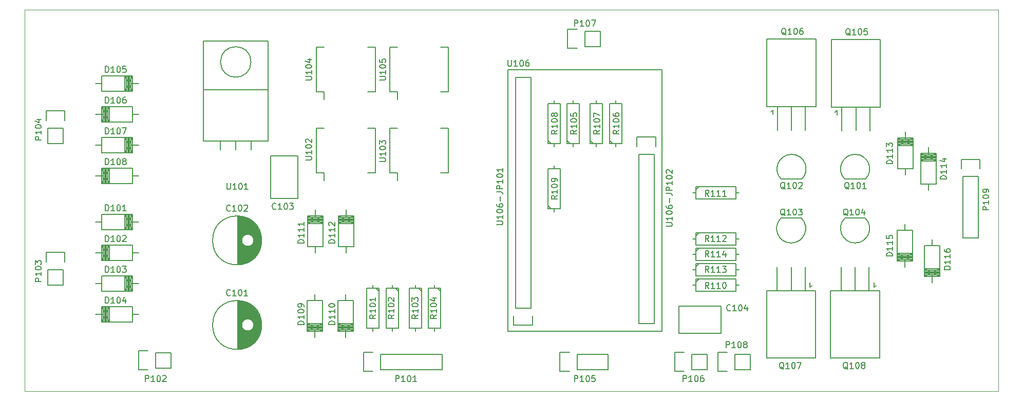
<source format=gbr>
G04 #@! TF.GenerationSoftware,KiCad,Pcbnew,5.1.5+dfsg1-2build2*
G04 #@! TF.CreationDate,2024-04-23T22:36:46+02:00*
G04 #@! TF.ProjectId,mainboard,6d61696e-626f-4617-9264-2e6b69636164,231006*
G04 #@! TF.SameCoordinates,Original*
G04 #@! TF.FileFunction,Legend,Top*
G04 #@! TF.FilePolarity,Positive*
%FSLAX46Y46*%
G04 Gerber Fmt 4.6, Leading zero omitted, Abs format (unit mm)*
G04 Created by KiCad (PCBNEW 5.1.5+dfsg1-2build2) date 2024-04-23 22:36:46*
%MOMM*%
%LPD*%
G04 APERTURE LIST*
%ADD10C,0.150000*%
%ADD11C,0.200000*%
%ADD12C,0.100000*%
G04 APERTURE END LIST*
D10*
X154495714Y-76160380D02*
X154495714Y-76969904D01*
X154543333Y-77065142D01*
X154590952Y-77112761D01*
X154686190Y-77160380D01*
X154876666Y-77160380D01*
X154971904Y-77112761D01*
X155019523Y-77065142D01*
X155067142Y-76969904D01*
X155067142Y-76160380D01*
X156067142Y-77160380D02*
X155495714Y-77160380D01*
X155781428Y-77160380D02*
X155781428Y-76160380D01*
X155686190Y-76303238D01*
X155590952Y-76398476D01*
X155495714Y-76446095D01*
X156686190Y-76160380D02*
X156781428Y-76160380D01*
X156876666Y-76208000D01*
X156924285Y-76255619D01*
X156971904Y-76350857D01*
X157019523Y-76541333D01*
X157019523Y-76779428D01*
X156971904Y-76969904D01*
X156924285Y-77065142D01*
X156876666Y-77112761D01*
X156781428Y-77160380D01*
X156686190Y-77160380D01*
X156590952Y-77112761D01*
X156543333Y-77065142D01*
X156495714Y-76969904D01*
X156448095Y-76779428D01*
X156448095Y-76541333D01*
X156495714Y-76350857D01*
X156543333Y-76255619D01*
X156590952Y-76208000D01*
X156686190Y-76160380D01*
X157876666Y-76160380D02*
X157686190Y-76160380D01*
X157590952Y-76208000D01*
X157543333Y-76255619D01*
X157448095Y-76398476D01*
X157400476Y-76588952D01*
X157400476Y-76969904D01*
X157448095Y-77065142D01*
X157495714Y-77112761D01*
X157590952Y-77160380D01*
X157781428Y-77160380D01*
X157876666Y-77112761D01*
X157924285Y-77065142D01*
X157971904Y-76969904D01*
X157971904Y-76731809D01*
X157924285Y-76636571D01*
X157876666Y-76588952D01*
X157781428Y-76541333D01*
X157590952Y-76541333D01*
X157495714Y-76588952D01*
X157448095Y-76636571D01*
X157400476Y-76731809D01*
D11*
X154432000Y-120904000D02*
X154432000Y-77724000D01*
X179832000Y-120904000D02*
X154432000Y-120904000D01*
X179832000Y-77724000D02*
X179832000Y-120904000D01*
X154432000Y-77724000D02*
X179832000Y-77724000D01*
D12*
X145288000Y-130810000D02*
X187706000Y-130810000D01*
X186690000Y-67818000D02*
X140208000Y-67818000D01*
X74803000Y-67818000D02*
X140335000Y-67818000D01*
X74803000Y-130810000D02*
X74803000Y-67818000D01*
X145415000Y-130810000D02*
X74803000Y-130810000D01*
X235331000Y-130810000D02*
X187579000Y-130810000D01*
X235331000Y-67818000D02*
X235331000Y-130810000D01*
X186563000Y-67818000D02*
X235331000Y-67818000D01*
D10*
X182642000Y-116749000D02*
X189642000Y-116749000D01*
X189642000Y-116749000D02*
X189642000Y-121249000D01*
X189642000Y-121249000D02*
X182642000Y-121249000D01*
X182642000Y-121249000D02*
X182642000Y-116749000D01*
X181965000Y-127534000D02*
X183515000Y-127534000D01*
X187325000Y-127254000D02*
X184785000Y-127254000D01*
X184785000Y-127254000D02*
X184785000Y-124714000D01*
X183515000Y-124434000D02*
X181965000Y-124434000D01*
X181965000Y-124434000D02*
X181965000Y-127534000D01*
X184785000Y-124714000D02*
X187325000Y-124714000D01*
X187325000Y-124714000D02*
X187325000Y-127254000D01*
X164312000Y-74194000D02*
X165862000Y-74194000D01*
X169672000Y-73914000D02*
X167132000Y-73914000D01*
X167132000Y-73914000D02*
X167132000Y-71374000D01*
X165862000Y-71094000D02*
X164312000Y-71094000D01*
X164312000Y-71094000D02*
X164312000Y-74194000D01*
X167132000Y-71374000D02*
X169672000Y-71374000D01*
X169672000Y-71374000D02*
X169672000Y-73914000D01*
X189077000Y-127534000D02*
X190627000Y-127534000D01*
X194437000Y-127254000D02*
X191897000Y-127254000D01*
X191897000Y-127254000D02*
X191897000Y-124714000D01*
X190627000Y-124434000D02*
X189077000Y-124434000D01*
X189077000Y-124434000D02*
X189077000Y-127534000D01*
X191897000Y-124714000D02*
X194437000Y-124714000D01*
X194437000Y-124714000D02*
X194437000Y-127254000D01*
X184912000Y-113284000D02*
X185420000Y-113284000D01*
X192532000Y-113284000D02*
X192024000Y-113284000D01*
X192024000Y-113284000D02*
X192024000Y-112268000D01*
X192024000Y-112268000D02*
X185420000Y-112268000D01*
X185420000Y-112268000D02*
X185420000Y-114300000D01*
X185420000Y-114300000D02*
X192024000Y-114300000D01*
X192024000Y-114300000D02*
X192024000Y-113284000D01*
X185420000Y-112776000D02*
X185928000Y-112268000D01*
X164592000Y-124434000D02*
X163042000Y-124434000D01*
X163042000Y-124434000D02*
X163042000Y-127534000D01*
X163042000Y-127534000D02*
X164592000Y-127534000D01*
X165862000Y-124714000D02*
X170942000Y-124714000D01*
X170942000Y-124714000D02*
X170942000Y-127254000D01*
X170942000Y-127254000D02*
X165862000Y-127254000D01*
X165862000Y-127254000D02*
X165862000Y-124714000D01*
X165227000Y-90424000D02*
X165227000Y-89916000D01*
X165227000Y-82804000D02*
X165227000Y-83312000D01*
X165227000Y-83312000D02*
X164211000Y-83312000D01*
X164211000Y-83312000D02*
X164211000Y-89916000D01*
X164211000Y-89916000D02*
X166243000Y-89916000D01*
X166243000Y-89916000D02*
X166243000Y-83312000D01*
X166243000Y-83312000D02*
X165227000Y-83312000D01*
X164719000Y-89916000D02*
X164211000Y-89408000D01*
X172212000Y-90424000D02*
X172212000Y-89916000D01*
X172212000Y-82804000D02*
X172212000Y-83312000D01*
X172212000Y-83312000D02*
X171196000Y-83312000D01*
X171196000Y-83312000D02*
X171196000Y-89916000D01*
X171196000Y-89916000D02*
X173228000Y-89916000D01*
X173228000Y-89916000D02*
X173228000Y-83312000D01*
X173228000Y-83312000D02*
X172212000Y-83312000D01*
X171704000Y-89916000D02*
X171196000Y-89408000D01*
X169037000Y-90424000D02*
X169037000Y-89916000D01*
X169037000Y-82804000D02*
X169037000Y-83312000D01*
X169037000Y-83312000D02*
X168021000Y-83312000D01*
X168021000Y-83312000D02*
X168021000Y-89916000D01*
X168021000Y-89916000D02*
X170053000Y-89916000D01*
X170053000Y-89916000D02*
X170053000Y-83312000D01*
X170053000Y-83312000D02*
X169037000Y-83312000D01*
X168529000Y-89916000D02*
X168021000Y-89408000D01*
X162052000Y-90424000D02*
X162052000Y-89916000D01*
X162052000Y-82804000D02*
X162052000Y-83312000D01*
X162052000Y-83312000D02*
X161036000Y-83312000D01*
X161036000Y-83312000D02*
X161036000Y-89916000D01*
X161036000Y-89916000D02*
X163068000Y-89916000D01*
X163068000Y-89916000D02*
X163068000Y-83312000D01*
X163068000Y-83312000D02*
X162052000Y-83312000D01*
X161544000Y-89916000D02*
X161036000Y-89408000D01*
X162052000Y-101219000D02*
X162052000Y-100711000D01*
X162052000Y-93599000D02*
X162052000Y-94107000D01*
X162052000Y-94107000D02*
X161036000Y-94107000D01*
X161036000Y-94107000D02*
X161036000Y-100711000D01*
X161036000Y-100711000D02*
X163068000Y-100711000D01*
X163068000Y-100711000D02*
X163068000Y-94107000D01*
X163068000Y-94107000D02*
X162052000Y-94107000D01*
X161544000Y-100711000D02*
X161036000Y-100203000D01*
X155702000Y-117094000D02*
X155702000Y-78994000D01*
X155702000Y-78994000D02*
X158242000Y-78994000D01*
X158242000Y-78994000D02*
X158242000Y-117094000D01*
X158522000Y-119914000D02*
X158522000Y-118364000D01*
X158242000Y-117094000D02*
X155702000Y-117094000D01*
X155422000Y-118364000D02*
X155422000Y-119914000D01*
X155422000Y-119914000D02*
X158522000Y-119914000D01*
X176022000Y-91694000D02*
X176022000Y-119634000D01*
X176022000Y-119634000D02*
X178562000Y-119634000D01*
X178562000Y-119634000D02*
X178562000Y-91694000D01*
X175742000Y-88874000D02*
X175742000Y-90424000D01*
X176022000Y-91694000D02*
X178562000Y-91694000D01*
X178842000Y-90424000D02*
X178842000Y-88874000D01*
X178842000Y-88874000D02*
X175742000Y-88874000D01*
X109902000Y-115889000D02*
X109902000Y-123887000D01*
X110042000Y-115894000D02*
X110042000Y-123882000D01*
X110182000Y-115904000D02*
X110182000Y-123872000D01*
X110322000Y-115919000D02*
X110322000Y-123857000D01*
X110462000Y-115939000D02*
X110462000Y-123837000D01*
X110602000Y-115964000D02*
X110602000Y-119666000D01*
X110602000Y-120110000D02*
X110602000Y-123812000D01*
X110742000Y-115994000D02*
X110742000Y-119338000D01*
X110742000Y-120438000D02*
X110742000Y-123782000D01*
X110882000Y-116030000D02*
X110882000Y-119169000D01*
X110882000Y-120607000D02*
X110882000Y-123746000D01*
X111022000Y-116071000D02*
X111022000Y-119056000D01*
X111022000Y-120720000D02*
X111022000Y-123705000D01*
X111162000Y-116117000D02*
X111162000Y-118978000D01*
X111162000Y-120798000D02*
X111162000Y-123659000D01*
X111302000Y-116170000D02*
X111302000Y-118927000D01*
X111302000Y-120849000D02*
X111302000Y-123606000D01*
X111442000Y-116229000D02*
X111442000Y-118897000D01*
X111442000Y-120879000D02*
X111442000Y-123547000D01*
X111582000Y-116294000D02*
X111582000Y-118888000D01*
X111582000Y-120888000D02*
X111582000Y-123482000D01*
X111722000Y-116365000D02*
X111722000Y-118899000D01*
X111722000Y-120877000D02*
X111722000Y-123411000D01*
X111862000Y-116444000D02*
X111862000Y-118929000D01*
X111862000Y-120847000D02*
X111862000Y-123332000D01*
X112002000Y-116531000D02*
X112002000Y-118983000D01*
X112002000Y-120793000D02*
X112002000Y-123245000D01*
X112142000Y-116626000D02*
X112142000Y-119063000D01*
X112142000Y-120713000D02*
X112142000Y-123150000D01*
X112282000Y-116730000D02*
X112282000Y-119179000D01*
X112282000Y-120597000D02*
X112282000Y-123046000D01*
X112422000Y-116844000D02*
X112422000Y-119353000D01*
X112422000Y-120423000D02*
X112422000Y-122932000D01*
X112562000Y-116969000D02*
X112562000Y-119715000D01*
X112562000Y-120061000D02*
X112562000Y-122807000D01*
X112702000Y-117107000D02*
X112702000Y-122669000D01*
X112842000Y-117259000D02*
X112842000Y-122517000D01*
X112982000Y-117429000D02*
X112982000Y-122347000D01*
X113122000Y-117620000D02*
X113122000Y-122156000D01*
X113262000Y-117838000D02*
X113262000Y-121938000D01*
X113402000Y-118094000D02*
X113402000Y-121682000D01*
X113542000Y-118405000D02*
X113542000Y-121371000D01*
X113682000Y-118821000D02*
X113682000Y-120955000D01*
X113822000Y-119688000D02*
X113822000Y-120088000D01*
X112577000Y-119888000D02*
G75*
G03X112577000Y-119888000I-1000000J0D01*
G01*
X113864500Y-119888000D02*
G75*
G03X113864500Y-119888000I-4037500J0D01*
G01*
X109902000Y-101919000D02*
X109902000Y-109917000D01*
X110042000Y-101924000D02*
X110042000Y-109912000D01*
X110182000Y-101934000D02*
X110182000Y-109902000D01*
X110322000Y-101949000D02*
X110322000Y-109887000D01*
X110462000Y-101969000D02*
X110462000Y-109867000D01*
X110602000Y-101994000D02*
X110602000Y-105696000D01*
X110602000Y-106140000D02*
X110602000Y-109842000D01*
X110742000Y-102024000D02*
X110742000Y-105368000D01*
X110742000Y-106468000D02*
X110742000Y-109812000D01*
X110882000Y-102060000D02*
X110882000Y-105199000D01*
X110882000Y-106637000D02*
X110882000Y-109776000D01*
X111022000Y-102101000D02*
X111022000Y-105086000D01*
X111022000Y-106750000D02*
X111022000Y-109735000D01*
X111162000Y-102147000D02*
X111162000Y-105008000D01*
X111162000Y-106828000D02*
X111162000Y-109689000D01*
X111302000Y-102200000D02*
X111302000Y-104957000D01*
X111302000Y-106879000D02*
X111302000Y-109636000D01*
X111442000Y-102259000D02*
X111442000Y-104927000D01*
X111442000Y-106909000D02*
X111442000Y-109577000D01*
X111582000Y-102324000D02*
X111582000Y-104918000D01*
X111582000Y-106918000D02*
X111582000Y-109512000D01*
X111722000Y-102395000D02*
X111722000Y-104929000D01*
X111722000Y-106907000D02*
X111722000Y-109441000D01*
X111862000Y-102474000D02*
X111862000Y-104959000D01*
X111862000Y-106877000D02*
X111862000Y-109362000D01*
X112002000Y-102561000D02*
X112002000Y-105013000D01*
X112002000Y-106823000D02*
X112002000Y-109275000D01*
X112142000Y-102656000D02*
X112142000Y-105093000D01*
X112142000Y-106743000D02*
X112142000Y-109180000D01*
X112282000Y-102760000D02*
X112282000Y-105209000D01*
X112282000Y-106627000D02*
X112282000Y-109076000D01*
X112422000Y-102874000D02*
X112422000Y-105383000D01*
X112422000Y-106453000D02*
X112422000Y-108962000D01*
X112562000Y-102999000D02*
X112562000Y-105745000D01*
X112562000Y-106091000D02*
X112562000Y-108837000D01*
X112702000Y-103137000D02*
X112702000Y-108699000D01*
X112842000Y-103289000D02*
X112842000Y-108547000D01*
X112982000Y-103459000D02*
X112982000Y-108377000D01*
X113122000Y-103650000D02*
X113122000Y-108186000D01*
X113262000Y-103868000D02*
X113262000Y-107968000D01*
X113402000Y-104124000D02*
X113402000Y-107712000D01*
X113542000Y-104435000D02*
X113542000Y-107401000D01*
X113682000Y-104851000D02*
X113682000Y-106985000D01*
X113822000Y-105718000D02*
X113822000Y-106118000D01*
X112577000Y-105918000D02*
G75*
G03X112577000Y-105918000I-1000000J0D01*
G01*
X113864500Y-105918000D02*
G75*
G03X113864500Y-105918000I-4037500J0D01*
G01*
X119852000Y-91964000D02*
X119852000Y-98964000D01*
X119852000Y-98964000D02*
X115352000Y-98964000D01*
X115352000Y-98964000D02*
X115352000Y-91964000D01*
X115352000Y-91964000D02*
X119852000Y-91964000D01*
X87503000Y-102872540D02*
X86487000Y-102872540D01*
X92329000Y-102872540D02*
X93599000Y-102872540D01*
X92075000Y-104142540D02*
X92075000Y-101602540D01*
X91821000Y-104142540D02*
X91821000Y-101602540D01*
X91567000Y-104142540D02*
X91567000Y-101602540D01*
X92329000Y-104142540D02*
X92329000Y-101602540D01*
X91313000Y-104142540D02*
X92583000Y-101602540D01*
X92583000Y-104142540D02*
X91313000Y-101602540D01*
X91313000Y-104142540D02*
X91313000Y-101602540D01*
X91948000Y-104142540D02*
X91948000Y-101602540D01*
X92583000Y-101602540D02*
X92583000Y-104142540D01*
X92583000Y-104142540D02*
X87503000Y-104142540D01*
X87503000Y-104142540D02*
X87503000Y-101602540D01*
X87503000Y-101602540D02*
X92583000Y-101602540D01*
X92583000Y-107947460D02*
X93599000Y-107947460D01*
X87757000Y-107947460D02*
X86487000Y-107947460D01*
X88011000Y-106677460D02*
X88011000Y-109217460D01*
X88265000Y-106677460D02*
X88265000Y-109217460D01*
X88519000Y-106677460D02*
X88519000Y-109217460D01*
X87757000Y-106677460D02*
X87757000Y-109217460D01*
X88773000Y-106677460D02*
X87503000Y-109217460D01*
X87503000Y-106677460D02*
X88773000Y-109217460D01*
X88773000Y-106677460D02*
X88773000Y-109217460D01*
X88138000Y-106677460D02*
X88138000Y-109217460D01*
X87503000Y-109217460D02*
X87503000Y-106677460D01*
X87503000Y-106677460D02*
X92583000Y-106677460D01*
X92583000Y-106677460D02*
X92583000Y-109217460D01*
X92583000Y-109217460D02*
X87503000Y-109217460D01*
X87503000Y-113032540D02*
X86487000Y-113032540D01*
X92329000Y-113032540D02*
X93599000Y-113032540D01*
X92075000Y-114302540D02*
X92075000Y-111762540D01*
X91821000Y-114302540D02*
X91821000Y-111762540D01*
X91567000Y-114302540D02*
X91567000Y-111762540D01*
X92329000Y-114302540D02*
X92329000Y-111762540D01*
X91313000Y-114302540D02*
X92583000Y-111762540D01*
X92583000Y-114302540D02*
X91313000Y-111762540D01*
X91313000Y-114302540D02*
X91313000Y-111762540D01*
X91948000Y-114302540D02*
X91948000Y-111762540D01*
X92583000Y-111762540D02*
X92583000Y-114302540D01*
X92583000Y-114302540D02*
X87503000Y-114302540D01*
X87503000Y-114302540D02*
X87503000Y-111762540D01*
X87503000Y-111762540D02*
X92583000Y-111762540D01*
X92583000Y-118107460D02*
X93599000Y-118107460D01*
X87757000Y-118107460D02*
X86487000Y-118107460D01*
X88011000Y-116837460D02*
X88011000Y-119377460D01*
X88265000Y-116837460D02*
X88265000Y-119377460D01*
X88519000Y-116837460D02*
X88519000Y-119377460D01*
X87757000Y-116837460D02*
X87757000Y-119377460D01*
X88773000Y-116837460D02*
X87503000Y-119377460D01*
X87503000Y-116837460D02*
X88773000Y-119377460D01*
X88773000Y-116837460D02*
X88773000Y-119377460D01*
X88138000Y-116837460D02*
X88138000Y-119377460D01*
X87503000Y-119377460D02*
X87503000Y-116837460D01*
X87503000Y-116837460D02*
X92583000Y-116837460D01*
X92583000Y-116837460D02*
X92583000Y-119377460D01*
X92583000Y-119377460D02*
X87503000Y-119377460D01*
X87503000Y-80012540D02*
X86487000Y-80012540D01*
X92329000Y-80012540D02*
X93599000Y-80012540D01*
X92075000Y-81282540D02*
X92075000Y-78742540D01*
X91821000Y-81282540D02*
X91821000Y-78742540D01*
X91567000Y-81282540D02*
X91567000Y-78742540D01*
X92329000Y-81282540D02*
X92329000Y-78742540D01*
X91313000Y-81282540D02*
X92583000Y-78742540D01*
X92583000Y-81282540D02*
X91313000Y-78742540D01*
X91313000Y-81282540D02*
X91313000Y-78742540D01*
X91948000Y-81282540D02*
X91948000Y-78742540D01*
X92583000Y-78742540D02*
X92583000Y-81282540D01*
X92583000Y-81282540D02*
X87503000Y-81282540D01*
X87503000Y-81282540D02*
X87503000Y-78742540D01*
X87503000Y-78742540D02*
X92583000Y-78742540D01*
X92583000Y-85087460D02*
X93599000Y-85087460D01*
X87757000Y-85087460D02*
X86487000Y-85087460D01*
X88011000Y-83817460D02*
X88011000Y-86357460D01*
X88265000Y-83817460D02*
X88265000Y-86357460D01*
X88519000Y-83817460D02*
X88519000Y-86357460D01*
X87757000Y-83817460D02*
X87757000Y-86357460D01*
X88773000Y-83817460D02*
X87503000Y-86357460D01*
X87503000Y-83817460D02*
X88773000Y-86357460D01*
X88773000Y-83817460D02*
X88773000Y-86357460D01*
X88138000Y-83817460D02*
X88138000Y-86357460D01*
X87503000Y-86357460D02*
X87503000Y-83817460D01*
X87503000Y-83817460D02*
X92583000Y-83817460D01*
X92583000Y-83817460D02*
X92583000Y-86357460D01*
X92583000Y-86357460D02*
X87503000Y-86357460D01*
X87503000Y-90172540D02*
X86487000Y-90172540D01*
X92329000Y-90172540D02*
X93599000Y-90172540D01*
X92075000Y-91442540D02*
X92075000Y-88902540D01*
X91821000Y-91442540D02*
X91821000Y-88902540D01*
X91567000Y-91442540D02*
X91567000Y-88902540D01*
X92329000Y-91442540D02*
X92329000Y-88902540D01*
X91313000Y-91442540D02*
X92583000Y-88902540D01*
X92583000Y-91442540D02*
X91313000Y-88902540D01*
X91313000Y-91442540D02*
X91313000Y-88902540D01*
X91948000Y-91442540D02*
X91948000Y-88902540D01*
X92583000Y-88902540D02*
X92583000Y-91442540D01*
X92583000Y-91442540D02*
X87503000Y-91442540D01*
X87503000Y-91442540D02*
X87503000Y-88902540D01*
X87503000Y-88902540D02*
X92583000Y-88902540D01*
X92583000Y-95247460D02*
X93599000Y-95247460D01*
X87757000Y-95247460D02*
X86487000Y-95247460D01*
X88011000Y-93977460D02*
X88011000Y-96517460D01*
X88265000Y-93977460D02*
X88265000Y-96517460D01*
X88519000Y-93977460D02*
X88519000Y-96517460D01*
X87757000Y-93977460D02*
X87757000Y-96517460D01*
X88773000Y-93977460D02*
X87503000Y-96517460D01*
X87503000Y-93977460D02*
X88773000Y-96517460D01*
X88773000Y-93977460D02*
X88773000Y-96517460D01*
X88138000Y-93977460D02*
X88138000Y-96517460D01*
X87503000Y-96517460D02*
X87503000Y-93977460D01*
X87503000Y-93977460D02*
X92583000Y-93977460D01*
X92583000Y-93977460D02*
X92583000Y-96517460D01*
X92583000Y-96517460D02*
X87503000Y-96517460D01*
X93573000Y-127280000D02*
X95123000Y-127280000D01*
X98933000Y-127000000D02*
X96393000Y-127000000D01*
X96393000Y-127000000D02*
X96393000Y-124460000D01*
X95123000Y-124180000D02*
X93573000Y-124180000D01*
X93573000Y-124180000D02*
X93573000Y-127280000D01*
X96393000Y-124460000D02*
X98933000Y-124460000D01*
X98933000Y-124460000D02*
X98933000Y-127000000D01*
X78333000Y-107924000D02*
X78333000Y-109474000D01*
X78613000Y-113284000D02*
X78613000Y-110744000D01*
X78613000Y-110744000D02*
X81153000Y-110744000D01*
X81433000Y-109474000D02*
X81433000Y-107924000D01*
X81433000Y-107924000D02*
X78333000Y-107924000D01*
X81153000Y-110744000D02*
X81153000Y-113284000D01*
X81153000Y-113284000D02*
X78613000Y-113284000D01*
X78333000Y-84556000D02*
X78333000Y-86106000D01*
X78613000Y-89916000D02*
X78613000Y-87376000D01*
X78613000Y-87376000D02*
X81153000Y-87376000D01*
X81433000Y-86106000D02*
X81433000Y-84556000D01*
X81433000Y-84556000D02*
X78333000Y-84556000D01*
X81153000Y-87376000D02*
X81153000Y-89916000D01*
X81153000Y-89916000D02*
X78613000Y-89916000D01*
X107061000Y-89535000D02*
X107061000Y-90932000D01*
X109601000Y-89535000D02*
X109601000Y-90932000D01*
X112141000Y-89535000D02*
X112141000Y-90932000D01*
X112115472Y-76454000D02*
G75*
G03X112115472Y-76454000I-2514472J0D01*
G01*
X114935000Y-81026000D02*
X114935000Y-73025000D01*
X114935000Y-73025000D02*
X104267000Y-73025000D01*
X104267000Y-73025000D02*
X104267000Y-81026000D01*
X114935000Y-89535000D02*
X114935000Y-81026000D01*
X114935000Y-81026000D02*
X104267000Y-81026000D01*
X104267000Y-81026000D02*
X104267000Y-89535000D01*
X109601000Y-89535000D02*
X104267000Y-89535000D01*
X109601000Y-89535000D02*
X114935000Y-89535000D01*
X122679460Y-115824000D02*
X122679460Y-114808000D01*
X122679460Y-120650000D02*
X122679460Y-121920000D01*
X121409460Y-120396000D02*
X123949460Y-120396000D01*
X121409460Y-120142000D02*
X123949460Y-120142000D01*
X121409460Y-119888000D02*
X123949460Y-119888000D01*
X121409460Y-120650000D02*
X123949460Y-120650000D01*
X121409460Y-119634000D02*
X123949460Y-120904000D01*
X121409460Y-120904000D02*
X123949460Y-119634000D01*
X121409460Y-119634000D02*
X123949460Y-119634000D01*
X121409460Y-120269000D02*
X123949460Y-120269000D01*
X123949460Y-120904000D02*
X121409460Y-120904000D01*
X121409460Y-120904000D02*
X121409460Y-115824000D01*
X121409460Y-115824000D02*
X123949460Y-115824000D01*
X123949460Y-115824000D02*
X123949460Y-120904000D01*
X127759460Y-115824000D02*
X127759460Y-114808000D01*
X127759460Y-120650000D02*
X127759460Y-121920000D01*
X126489460Y-120396000D02*
X129029460Y-120396000D01*
X126489460Y-120142000D02*
X129029460Y-120142000D01*
X126489460Y-119888000D02*
X129029460Y-119888000D01*
X126489460Y-120650000D02*
X129029460Y-120650000D01*
X126489460Y-119634000D02*
X129029460Y-120904000D01*
X126489460Y-120904000D02*
X129029460Y-119634000D01*
X126489460Y-119634000D02*
X129029460Y-119634000D01*
X126489460Y-120269000D02*
X129029460Y-120269000D01*
X129029460Y-120904000D02*
X126489460Y-120904000D01*
X126489460Y-120904000D02*
X126489460Y-115824000D01*
X126489460Y-115824000D02*
X129029460Y-115824000D01*
X129029460Y-115824000D02*
X129029460Y-120904000D01*
X122684540Y-106934000D02*
X122684540Y-107950000D01*
X122684540Y-102108000D02*
X122684540Y-100838000D01*
X123954540Y-102362000D02*
X121414540Y-102362000D01*
X123954540Y-102616000D02*
X121414540Y-102616000D01*
X123954540Y-102870000D02*
X121414540Y-102870000D01*
X123954540Y-102108000D02*
X121414540Y-102108000D01*
X123954540Y-103124000D02*
X121414540Y-101854000D01*
X123954540Y-101854000D02*
X121414540Y-103124000D01*
X123954540Y-103124000D02*
X121414540Y-103124000D01*
X123954540Y-102489000D02*
X121414540Y-102489000D01*
X121414540Y-101854000D02*
X123954540Y-101854000D01*
X123954540Y-101854000D02*
X123954540Y-106934000D01*
X123954540Y-106934000D02*
X121414540Y-106934000D01*
X121414540Y-106934000D02*
X121414540Y-101854000D01*
X127764540Y-106934000D02*
X127764540Y-107950000D01*
X127764540Y-102108000D02*
X127764540Y-100838000D01*
X129034540Y-102362000D02*
X126494540Y-102362000D01*
X129034540Y-102616000D02*
X126494540Y-102616000D01*
X129034540Y-102870000D02*
X126494540Y-102870000D01*
X129034540Y-102108000D02*
X126494540Y-102108000D01*
X129034540Y-103124000D02*
X126494540Y-101854000D01*
X129034540Y-101854000D02*
X126494540Y-103124000D01*
X129034540Y-103124000D02*
X126494540Y-103124000D01*
X129034540Y-102489000D02*
X126494540Y-102489000D01*
X126494540Y-101854000D02*
X129034540Y-101854000D01*
X129034540Y-101854000D02*
X129034540Y-106934000D01*
X129034540Y-106934000D02*
X126494540Y-106934000D01*
X126494540Y-106934000D02*
X126494540Y-101854000D01*
X133477000Y-127254000D02*
X143637000Y-127254000D01*
X143637000Y-127254000D02*
X143637000Y-124714000D01*
X143637000Y-124714000D02*
X133477000Y-124714000D01*
X130657000Y-127534000D02*
X132207000Y-127534000D01*
X133477000Y-127254000D02*
X133477000Y-124714000D01*
X132207000Y-124434000D02*
X130657000Y-124434000D01*
X130657000Y-124434000D02*
X130657000Y-127534000D01*
X132207000Y-113284000D02*
X132207000Y-113792000D01*
X132207000Y-120904000D02*
X132207000Y-120396000D01*
X132207000Y-120396000D02*
X133223000Y-120396000D01*
X133223000Y-120396000D02*
X133223000Y-113792000D01*
X133223000Y-113792000D02*
X131191000Y-113792000D01*
X131191000Y-113792000D02*
X131191000Y-120396000D01*
X131191000Y-120396000D02*
X132207000Y-120396000D01*
X132715000Y-113792000D02*
X133223000Y-114300000D01*
X135382000Y-113284000D02*
X135382000Y-113792000D01*
X135382000Y-120904000D02*
X135382000Y-120396000D01*
X135382000Y-120396000D02*
X136398000Y-120396000D01*
X136398000Y-120396000D02*
X136398000Y-113792000D01*
X136398000Y-113792000D02*
X134366000Y-113792000D01*
X134366000Y-113792000D02*
X134366000Y-120396000D01*
X134366000Y-120396000D02*
X135382000Y-120396000D01*
X135890000Y-113792000D02*
X136398000Y-114300000D01*
X139192000Y-113284000D02*
X139192000Y-113792000D01*
X139192000Y-120904000D02*
X139192000Y-120396000D01*
X139192000Y-120396000D02*
X140208000Y-120396000D01*
X140208000Y-120396000D02*
X140208000Y-113792000D01*
X140208000Y-113792000D02*
X138176000Y-113792000D01*
X138176000Y-113792000D02*
X138176000Y-120396000D01*
X138176000Y-120396000D02*
X139192000Y-120396000D01*
X139700000Y-113792000D02*
X140208000Y-114300000D01*
X142367000Y-113284000D02*
X142367000Y-113792000D01*
X142367000Y-120904000D02*
X142367000Y-120396000D01*
X142367000Y-120396000D02*
X143383000Y-120396000D01*
X143383000Y-120396000D02*
X143383000Y-113792000D01*
X143383000Y-113792000D02*
X141351000Y-113792000D01*
X141351000Y-113792000D02*
X141351000Y-120396000D01*
X141351000Y-120396000D02*
X142367000Y-120396000D01*
X142875000Y-113792000D02*
X143383000Y-114300000D01*
X122927000Y-94734000D02*
X124197000Y-94734000D01*
X122927000Y-87384000D02*
X124197000Y-87384000D01*
X132597000Y-87384000D02*
X131327000Y-87384000D01*
X132597000Y-94734000D02*
X131327000Y-94734000D01*
X122927000Y-94734000D02*
X122927000Y-87384000D01*
X132597000Y-94734000D02*
X132597000Y-87384000D01*
X124197000Y-94734000D02*
X124197000Y-96019000D01*
X134992000Y-94734000D02*
X136262000Y-94734000D01*
X134992000Y-87384000D02*
X136262000Y-87384000D01*
X144662000Y-87384000D02*
X143392000Y-87384000D01*
X144662000Y-94734000D02*
X143392000Y-94734000D01*
X134992000Y-94734000D02*
X134992000Y-87384000D01*
X144662000Y-94734000D02*
X144662000Y-87384000D01*
X136262000Y-94734000D02*
X136262000Y-96019000D01*
X122927000Y-81399000D02*
X124197000Y-81399000D01*
X122927000Y-74049000D02*
X124197000Y-74049000D01*
X132597000Y-74049000D02*
X131327000Y-74049000D01*
X132597000Y-81399000D02*
X131327000Y-81399000D01*
X122927000Y-81399000D02*
X122927000Y-74049000D01*
X132597000Y-81399000D02*
X132597000Y-74049000D01*
X124197000Y-81399000D02*
X124197000Y-82684000D01*
X134992000Y-81399000D02*
X136262000Y-81399000D01*
X134992000Y-74049000D02*
X136262000Y-74049000D01*
X144662000Y-74049000D02*
X143392000Y-74049000D01*
X144662000Y-81399000D02*
X143392000Y-81399000D01*
X134992000Y-81399000D02*
X134992000Y-74049000D01*
X144662000Y-81399000D02*
X144662000Y-74049000D01*
X136262000Y-81399000D02*
X136262000Y-82684000D01*
X219966540Y-94107000D02*
X219966540Y-95123000D01*
X219966540Y-89281000D02*
X219966540Y-88011000D01*
X221236540Y-89535000D02*
X218696540Y-89535000D01*
X221236540Y-89789000D02*
X218696540Y-89789000D01*
X221236540Y-90043000D02*
X218696540Y-90043000D01*
X221236540Y-89281000D02*
X218696540Y-89281000D01*
X221236540Y-90297000D02*
X218696540Y-89027000D01*
X221236540Y-89027000D02*
X218696540Y-90297000D01*
X221236540Y-90297000D02*
X218696540Y-90297000D01*
X221236540Y-89662000D02*
X218696540Y-89662000D01*
X218696540Y-89027000D02*
X221236540Y-89027000D01*
X221236540Y-89027000D02*
X221236540Y-94107000D01*
X221236540Y-94107000D02*
X218696540Y-94107000D01*
X218696540Y-94107000D02*
X218696540Y-89027000D01*
X223776540Y-96647000D02*
X223776540Y-97663000D01*
X223776540Y-91821000D02*
X223776540Y-90551000D01*
X225046540Y-92075000D02*
X222506540Y-92075000D01*
X225046540Y-92329000D02*
X222506540Y-92329000D01*
X225046540Y-92583000D02*
X222506540Y-92583000D01*
X225046540Y-91821000D02*
X222506540Y-91821000D01*
X225046540Y-92837000D02*
X222506540Y-91567000D01*
X225046540Y-91567000D02*
X222506540Y-92837000D01*
X225046540Y-92837000D02*
X222506540Y-92837000D01*
X225046540Y-92202000D02*
X222506540Y-92202000D01*
X222506540Y-91567000D02*
X225046540Y-91567000D01*
X225046540Y-91567000D02*
X225046540Y-96647000D01*
X225046540Y-96647000D02*
X222506540Y-96647000D01*
X222506540Y-96647000D02*
X222506540Y-91567000D01*
X219961460Y-104267000D02*
X219961460Y-103251000D01*
X219961460Y-109093000D02*
X219961460Y-110363000D01*
X218691460Y-108839000D02*
X221231460Y-108839000D01*
X218691460Y-108585000D02*
X221231460Y-108585000D01*
X218691460Y-108331000D02*
X221231460Y-108331000D01*
X218691460Y-109093000D02*
X221231460Y-109093000D01*
X218691460Y-108077000D02*
X221231460Y-109347000D01*
X218691460Y-109347000D02*
X221231460Y-108077000D01*
X218691460Y-108077000D02*
X221231460Y-108077000D01*
X218691460Y-108712000D02*
X221231460Y-108712000D01*
X221231460Y-109347000D02*
X218691460Y-109347000D01*
X218691460Y-109347000D02*
X218691460Y-104267000D01*
X218691460Y-104267000D02*
X221231460Y-104267000D01*
X221231460Y-104267000D02*
X221231460Y-109347000D01*
X224406460Y-106807000D02*
X224406460Y-105791000D01*
X224406460Y-111633000D02*
X224406460Y-112903000D01*
X223136460Y-111379000D02*
X225676460Y-111379000D01*
X223136460Y-111125000D02*
X225676460Y-111125000D01*
X223136460Y-110871000D02*
X225676460Y-110871000D01*
X223136460Y-111633000D02*
X225676460Y-111633000D01*
X223136460Y-110617000D02*
X225676460Y-111887000D01*
X223136460Y-111887000D02*
X225676460Y-110617000D01*
X223136460Y-110617000D02*
X225676460Y-110617000D01*
X223136460Y-111252000D02*
X225676460Y-111252000D01*
X225676460Y-111887000D02*
X223136460Y-111887000D01*
X223136460Y-111887000D02*
X223136460Y-106807000D01*
X223136460Y-106807000D02*
X225676460Y-106807000D01*
X225676460Y-106807000D02*
X225676460Y-111887000D01*
X229489000Y-95377000D02*
X229489000Y-105537000D01*
X229489000Y-105537000D02*
X232029000Y-105537000D01*
X232029000Y-105537000D02*
X232029000Y-95377000D01*
X229209000Y-92557000D02*
X229209000Y-94107000D01*
X229489000Y-95377000D02*
X232029000Y-95377000D01*
X232309000Y-94107000D02*
X232309000Y-92557000D01*
X232309000Y-92557000D02*
X229209000Y-92557000D01*
X210009000Y-95807000D02*
X213409000Y-95807000D01*
X210011944Y-95804056D02*
G75*
G02X211709000Y-91707000I1697056J1697056D01*
G01*
X213406056Y-95804056D02*
G75*
G03X211709000Y-91707000I-1697056J1697056D01*
G01*
X199531500Y-95807000D02*
X202931500Y-95807000D01*
X199534444Y-95804056D02*
G75*
G02X201231500Y-91707000I1697056J1697056D01*
G01*
X202928556Y-95804056D02*
G75*
G03X201231500Y-91707000I-1697056J1697056D01*
G01*
X202868000Y-102249500D02*
X199468000Y-102249500D01*
X202865056Y-102252444D02*
G75*
G02X201168000Y-106349500I-1697056J-1697056D01*
G01*
X199470944Y-102252444D02*
G75*
G03X201168000Y-106349500I1697056J-1697056D01*
G01*
X213409000Y-102249500D02*
X210009000Y-102249500D01*
X213406056Y-102252444D02*
G75*
G02X211709000Y-106349500I-1697056J-1697056D01*
G01*
X210011944Y-102252444D02*
G75*
G03X211709000Y-106349500I1697056J-1697056D01*
G01*
X208386680Y-84757260D02*
X208737200Y-84457540D01*
X208737200Y-84457540D02*
X208737200Y-85206840D01*
X209534760Y-83908900D02*
X209534760Y-87807800D01*
X214137240Y-83908900D02*
X214137240Y-87807800D01*
X211836000Y-83908900D02*
X211836000Y-87757000D01*
X215884760Y-83908900D02*
X215884760Y-72758300D01*
X215884760Y-72758300D02*
X207787240Y-72758300D01*
X207787240Y-72758300D02*
X207787240Y-83908900D01*
X215884760Y-83908900D02*
X207787240Y-83908900D01*
X197782180Y-84693760D02*
X198132700Y-84394040D01*
X198132700Y-84394040D02*
X198132700Y-85143340D01*
X198930260Y-83845400D02*
X198930260Y-87744300D01*
X203532740Y-83845400D02*
X203532740Y-87744300D01*
X201231500Y-83845400D02*
X201231500Y-87693500D01*
X205280260Y-83845400D02*
X205280260Y-72694800D01*
X205280260Y-72694800D02*
X197182740Y-72694800D01*
X197182740Y-72694800D02*
X197182740Y-83845400D01*
X205280260Y-83845400D02*
X197182740Y-83845400D01*
X204617320Y-113362740D02*
X204266800Y-113662460D01*
X204266800Y-113662460D02*
X204266800Y-112913160D01*
X203469240Y-114211100D02*
X203469240Y-110312200D01*
X198866760Y-114211100D02*
X198866760Y-110312200D01*
X201168000Y-114211100D02*
X201168000Y-110363000D01*
X197119240Y-114211100D02*
X197119240Y-125361700D01*
X197119240Y-125361700D02*
X205216760Y-125361700D01*
X205216760Y-125361700D02*
X205216760Y-114211100D01*
X197119240Y-114211100D02*
X205216760Y-114211100D01*
X215158320Y-113362740D02*
X214807800Y-113662460D01*
X214807800Y-113662460D02*
X214807800Y-112913160D01*
X214010240Y-114211100D02*
X214010240Y-110312200D01*
X209407760Y-114211100D02*
X209407760Y-110312200D01*
X211709000Y-114211100D02*
X211709000Y-110363000D01*
X207660240Y-114211100D02*
X207660240Y-125361700D01*
X207660240Y-125361700D02*
X215757760Y-125361700D01*
X215757760Y-125361700D02*
X215757760Y-114211100D01*
X207660240Y-114211100D02*
X215757760Y-114211100D01*
X184912000Y-98044000D02*
X185420000Y-98044000D01*
X192532000Y-98044000D02*
X192024000Y-98044000D01*
X192024000Y-98044000D02*
X192024000Y-97028000D01*
X192024000Y-97028000D02*
X185420000Y-97028000D01*
X185420000Y-97028000D02*
X185420000Y-99060000D01*
X185420000Y-99060000D02*
X192024000Y-99060000D01*
X192024000Y-99060000D02*
X192024000Y-98044000D01*
X185420000Y-97536000D02*
X185928000Y-97028000D01*
X184912000Y-105664000D02*
X185420000Y-105664000D01*
X192532000Y-105664000D02*
X192024000Y-105664000D01*
X192024000Y-105664000D02*
X192024000Y-104648000D01*
X192024000Y-104648000D02*
X185420000Y-104648000D01*
X185420000Y-104648000D02*
X185420000Y-106680000D01*
X185420000Y-106680000D02*
X192024000Y-106680000D01*
X192024000Y-106680000D02*
X192024000Y-105664000D01*
X185420000Y-105156000D02*
X185928000Y-104648000D01*
X184912000Y-110744000D02*
X185420000Y-110744000D01*
X192532000Y-110744000D02*
X192024000Y-110744000D01*
X192024000Y-110744000D02*
X192024000Y-109728000D01*
X192024000Y-109728000D02*
X185420000Y-109728000D01*
X185420000Y-109728000D02*
X185420000Y-111760000D01*
X185420000Y-111760000D02*
X192024000Y-111760000D01*
X192024000Y-111760000D02*
X192024000Y-110744000D01*
X185420000Y-110236000D02*
X185928000Y-109728000D01*
X184912000Y-108204000D02*
X185420000Y-108204000D01*
X192532000Y-108204000D02*
X192024000Y-108204000D01*
X192024000Y-108204000D02*
X192024000Y-107188000D01*
X192024000Y-107188000D02*
X185420000Y-107188000D01*
X185420000Y-107188000D02*
X185420000Y-109220000D01*
X185420000Y-109220000D02*
X192024000Y-109220000D01*
X192024000Y-109220000D02*
X192024000Y-108204000D01*
X185420000Y-107696000D02*
X185928000Y-107188000D01*
X191158952Y-117451142D02*
X191111333Y-117498761D01*
X190968476Y-117546380D01*
X190873238Y-117546380D01*
X190730380Y-117498761D01*
X190635142Y-117403523D01*
X190587523Y-117308285D01*
X190539904Y-117117809D01*
X190539904Y-116974952D01*
X190587523Y-116784476D01*
X190635142Y-116689238D01*
X190730380Y-116594000D01*
X190873238Y-116546380D01*
X190968476Y-116546380D01*
X191111333Y-116594000D01*
X191158952Y-116641619D01*
X192111333Y-117546380D02*
X191539904Y-117546380D01*
X191825619Y-117546380D02*
X191825619Y-116546380D01*
X191730380Y-116689238D01*
X191635142Y-116784476D01*
X191539904Y-116832095D01*
X192730380Y-116546380D02*
X192825619Y-116546380D01*
X192920857Y-116594000D01*
X192968476Y-116641619D01*
X193016095Y-116736857D01*
X193063714Y-116927333D01*
X193063714Y-117165428D01*
X193016095Y-117355904D01*
X192968476Y-117451142D01*
X192920857Y-117498761D01*
X192825619Y-117546380D01*
X192730380Y-117546380D01*
X192635142Y-117498761D01*
X192587523Y-117451142D01*
X192539904Y-117355904D01*
X192492285Y-117165428D01*
X192492285Y-116927333D01*
X192539904Y-116736857D01*
X192587523Y-116641619D01*
X192635142Y-116594000D01*
X192730380Y-116546380D01*
X193920857Y-116879714D02*
X193920857Y-117546380D01*
X193682761Y-116498761D02*
X193444666Y-117213047D01*
X194063714Y-117213047D01*
X183348523Y-129230380D02*
X183348523Y-128230380D01*
X183729476Y-128230380D01*
X183824714Y-128278000D01*
X183872333Y-128325619D01*
X183919952Y-128420857D01*
X183919952Y-128563714D01*
X183872333Y-128658952D01*
X183824714Y-128706571D01*
X183729476Y-128754190D01*
X183348523Y-128754190D01*
X184872333Y-129230380D02*
X184300904Y-129230380D01*
X184586619Y-129230380D02*
X184586619Y-128230380D01*
X184491380Y-128373238D01*
X184396142Y-128468476D01*
X184300904Y-128516095D01*
X185491380Y-128230380D02*
X185586619Y-128230380D01*
X185681857Y-128278000D01*
X185729476Y-128325619D01*
X185777095Y-128420857D01*
X185824714Y-128611333D01*
X185824714Y-128849428D01*
X185777095Y-129039904D01*
X185729476Y-129135142D01*
X185681857Y-129182761D01*
X185586619Y-129230380D01*
X185491380Y-129230380D01*
X185396142Y-129182761D01*
X185348523Y-129135142D01*
X185300904Y-129039904D01*
X185253285Y-128849428D01*
X185253285Y-128611333D01*
X185300904Y-128420857D01*
X185348523Y-128325619D01*
X185396142Y-128278000D01*
X185491380Y-128230380D01*
X186681857Y-128230380D02*
X186491380Y-128230380D01*
X186396142Y-128278000D01*
X186348523Y-128325619D01*
X186253285Y-128468476D01*
X186205666Y-128658952D01*
X186205666Y-129039904D01*
X186253285Y-129135142D01*
X186300904Y-129182761D01*
X186396142Y-129230380D01*
X186586619Y-129230380D01*
X186681857Y-129182761D01*
X186729476Y-129135142D01*
X186777095Y-129039904D01*
X186777095Y-128801809D01*
X186729476Y-128706571D01*
X186681857Y-128658952D01*
X186586619Y-128611333D01*
X186396142Y-128611333D01*
X186300904Y-128658952D01*
X186253285Y-128706571D01*
X186205666Y-128801809D01*
X165441523Y-70556380D02*
X165441523Y-69556380D01*
X165822476Y-69556380D01*
X165917714Y-69604000D01*
X165965333Y-69651619D01*
X166012952Y-69746857D01*
X166012952Y-69889714D01*
X165965333Y-69984952D01*
X165917714Y-70032571D01*
X165822476Y-70080190D01*
X165441523Y-70080190D01*
X166965333Y-70556380D02*
X166393904Y-70556380D01*
X166679619Y-70556380D02*
X166679619Y-69556380D01*
X166584380Y-69699238D01*
X166489142Y-69794476D01*
X166393904Y-69842095D01*
X167584380Y-69556380D02*
X167679619Y-69556380D01*
X167774857Y-69604000D01*
X167822476Y-69651619D01*
X167870095Y-69746857D01*
X167917714Y-69937333D01*
X167917714Y-70175428D01*
X167870095Y-70365904D01*
X167822476Y-70461142D01*
X167774857Y-70508761D01*
X167679619Y-70556380D01*
X167584380Y-70556380D01*
X167489142Y-70508761D01*
X167441523Y-70461142D01*
X167393904Y-70365904D01*
X167346285Y-70175428D01*
X167346285Y-69937333D01*
X167393904Y-69746857D01*
X167441523Y-69651619D01*
X167489142Y-69604000D01*
X167584380Y-69556380D01*
X168251047Y-69556380D02*
X168917714Y-69556380D01*
X168489142Y-70556380D01*
X190460523Y-123642380D02*
X190460523Y-122642380D01*
X190841476Y-122642380D01*
X190936714Y-122690000D01*
X190984333Y-122737619D01*
X191031952Y-122832857D01*
X191031952Y-122975714D01*
X190984333Y-123070952D01*
X190936714Y-123118571D01*
X190841476Y-123166190D01*
X190460523Y-123166190D01*
X191984333Y-123642380D02*
X191412904Y-123642380D01*
X191698619Y-123642380D02*
X191698619Y-122642380D01*
X191603380Y-122785238D01*
X191508142Y-122880476D01*
X191412904Y-122928095D01*
X192603380Y-122642380D02*
X192698619Y-122642380D01*
X192793857Y-122690000D01*
X192841476Y-122737619D01*
X192889095Y-122832857D01*
X192936714Y-123023333D01*
X192936714Y-123261428D01*
X192889095Y-123451904D01*
X192841476Y-123547142D01*
X192793857Y-123594761D01*
X192698619Y-123642380D01*
X192603380Y-123642380D01*
X192508142Y-123594761D01*
X192460523Y-123547142D01*
X192412904Y-123451904D01*
X192365285Y-123261428D01*
X192365285Y-123023333D01*
X192412904Y-122832857D01*
X192460523Y-122737619D01*
X192508142Y-122690000D01*
X192603380Y-122642380D01*
X193508142Y-123070952D02*
X193412904Y-123023333D01*
X193365285Y-122975714D01*
X193317666Y-122880476D01*
X193317666Y-122832857D01*
X193365285Y-122737619D01*
X193412904Y-122690000D01*
X193508142Y-122642380D01*
X193698619Y-122642380D01*
X193793857Y-122690000D01*
X193841476Y-122737619D01*
X193889095Y-122832857D01*
X193889095Y-122880476D01*
X193841476Y-122975714D01*
X193793857Y-123023333D01*
X193698619Y-123070952D01*
X193508142Y-123070952D01*
X193412904Y-123118571D01*
X193365285Y-123166190D01*
X193317666Y-123261428D01*
X193317666Y-123451904D01*
X193365285Y-123547142D01*
X193412904Y-123594761D01*
X193508142Y-123642380D01*
X193698619Y-123642380D01*
X193793857Y-123594761D01*
X193841476Y-123547142D01*
X193889095Y-123451904D01*
X193889095Y-123261428D01*
X193841476Y-123166190D01*
X193793857Y-123118571D01*
X193698619Y-123070952D01*
X187602952Y-113863380D02*
X187269619Y-113387190D01*
X187031523Y-113863380D02*
X187031523Y-112863380D01*
X187412476Y-112863380D01*
X187507714Y-112911000D01*
X187555333Y-112958619D01*
X187602952Y-113053857D01*
X187602952Y-113196714D01*
X187555333Y-113291952D01*
X187507714Y-113339571D01*
X187412476Y-113387190D01*
X187031523Y-113387190D01*
X188555333Y-113863380D02*
X187983904Y-113863380D01*
X188269619Y-113863380D02*
X188269619Y-112863380D01*
X188174380Y-113006238D01*
X188079142Y-113101476D01*
X187983904Y-113149095D01*
X189507714Y-113863380D02*
X188936285Y-113863380D01*
X189222000Y-113863380D02*
X189222000Y-112863380D01*
X189126761Y-113006238D01*
X189031523Y-113101476D01*
X188936285Y-113149095D01*
X190126761Y-112863380D02*
X190222000Y-112863380D01*
X190317238Y-112911000D01*
X190364857Y-112958619D01*
X190412476Y-113053857D01*
X190460095Y-113244333D01*
X190460095Y-113482428D01*
X190412476Y-113672904D01*
X190364857Y-113768142D01*
X190317238Y-113815761D01*
X190222000Y-113863380D01*
X190126761Y-113863380D01*
X190031523Y-113815761D01*
X189983904Y-113768142D01*
X189936285Y-113672904D01*
X189888666Y-113482428D01*
X189888666Y-113244333D01*
X189936285Y-113053857D01*
X189983904Y-112958619D01*
X190031523Y-112911000D01*
X190126761Y-112863380D01*
X165441523Y-129230380D02*
X165441523Y-128230380D01*
X165822476Y-128230380D01*
X165917714Y-128278000D01*
X165965333Y-128325619D01*
X166012952Y-128420857D01*
X166012952Y-128563714D01*
X165965333Y-128658952D01*
X165917714Y-128706571D01*
X165822476Y-128754190D01*
X165441523Y-128754190D01*
X166965333Y-129230380D02*
X166393904Y-129230380D01*
X166679619Y-129230380D02*
X166679619Y-128230380D01*
X166584380Y-128373238D01*
X166489142Y-128468476D01*
X166393904Y-128516095D01*
X167584380Y-128230380D02*
X167679619Y-128230380D01*
X167774857Y-128278000D01*
X167822476Y-128325619D01*
X167870095Y-128420857D01*
X167917714Y-128611333D01*
X167917714Y-128849428D01*
X167870095Y-129039904D01*
X167822476Y-129135142D01*
X167774857Y-129182761D01*
X167679619Y-129230380D01*
X167584380Y-129230380D01*
X167489142Y-129182761D01*
X167441523Y-129135142D01*
X167393904Y-129039904D01*
X167346285Y-128849428D01*
X167346285Y-128611333D01*
X167393904Y-128420857D01*
X167441523Y-128325619D01*
X167489142Y-128278000D01*
X167584380Y-128230380D01*
X168822476Y-128230380D02*
X168346285Y-128230380D01*
X168298666Y-128706571D01*
X168346285Y-128658952D01*
X168441523Y-128611333D01*
X168679619Y-128611333D01*
X168774857Y-128658952D01*
X168822476Y-128706571D01*
X168870095Y-128801809D01*
X168870095Y-129039904D01*
X168822476Y-129135142D01*
X168774857Y-129182761D01*
X168679619Y-129230380D01*
X168441523Y-129230380D01*
X168346285Y-129182761D01*
X168298666Y-129135142D01*
X165806380Y-87733047D02*
X165330190Y-88066380D01*
X165806380Y-88304476D02*
X164806380Y-88304476D01*
X164806380Y-87923523D01*
X164854000Y-87828285D01*
X164901619Y-87780666D01*
X164996857Y-87733047D01*
X165139714Y-87733047D01*
X165234952Y-87780666D01*
X165282571Y-87828285D01*
X165330190Y-87923523D01*
X165330190Y-88304476D01*
X165806380Y-86780666D02*
X165806380Y-87352095D01*
X165806380Y-87066380D02*
X164806380Y-87066380D01*
X164949238Y-87161619D01*
X165044476Y-87256857D01*
X165092095Y-87352095D01*
X164806380Y-86161619D02*
X164806380Y-86066380D01*
X164854000Y-85971142D01*
X164901619Y-85923523D01*
X164996857Y-85875904D01*
X165187333Y-85828285D01*
X165425428Y-85828285D01*
X165615904Y-85875904D01*
X165711142Y-85923523D01*
X165758761Y-85971142D01*
X165806380Y-86066380D01*
X165806380Y-86161619D01*
X165758761Y-86256857D01*
X165711142Y-86304476D01*
X165615904Y-86352095D01*
X165425428Y-86399714D01*
X165187333Y-86399714D01*
X164996857Y-86352095D01*
X164901619Y-86304476D01*
X164854000Y-86256857D01*
X164806380Y-86161619D01*
X164806380Y-84923523D02*
X164806380Y-85399714D01*
X165282571Y-85447333D01*
X165234952Y-85399714D01*
X165187333Y-85304476D01*
X165187333Y-85066380D01*
X165234952Y-84971142D01*
X165282571Y-84923523D01*
X165377809Y-84875904D01*
X165615904Y-84875904D01*
X165711142Y-84923523D01*
X165758761Y-84971142D01*
X165806380Y-85066380D01*
X165806380Y-85304476D01*
X165758761Y-85399714D01*
X165711142Y-85447333D01*
X172791380Y-87733047D02*
X172315190Y-88066380D01*
X172791380Y-88304476D02*
X171791380Y-88304476D01*
X171791380Y-87923523D01*
X171839000Y-87828285D01*
X171886619Y-87780666D01*
X171981857Y-87733047D01*
X172124714Y-87733047D01*
X172219952Y-87780666D01*
X172267571Y-87828285D01*
X172315190Y-87923523D01*
X172315190Y-88304476D01*
X172791380Y-86780666D02*
X172791380Y-87352095D01*
X172791380Y-87066380D02*
X171791380Y-87066380D01*
X171934238Y-87161619D01*
X172029476Y-87256857D01*
X172077095Y-87352095D01*
X171791380Y-86161619D02*
X171791380Y-86066380D01*
X171839000Y-85971142D01*
X171886619Y-85923523D01*
X171981857Y-85875904D01*
X172172333Y-85828285D01*
X172410428Y-85828285D01*
X172600904Y-85875904D01*
X172696142Y-85923523D01*
X172743761Y-85971142D01*
X172791380Y-86066380D01*
X172791380Y-86161619D01*
X172743761Y-86256857D01*
X172696142Y-86304476D01*
X172600904Y-86352095D01*
X172410428Y-86399714D01*
X172172333Y-86399714D01*
X171981857Y-86352095D01*
X171886619Y-86304476D01*
X171839000Y-86256857D01*
X171791380Y-86161619D01*
X171791380Y-84971142D02*
X171791380Y-85161619D01*
X171839000Y-85256857D01*
X171886619Y-85304476D01*
X172029476Y-85399714D01*
X172219952Y-85447333D01*
X172600904Y-85447333D01*
X172696142Y-85399714D01*
X172743761Y-85352095D01*
X172791380Y-85256857D01*
X172791380Y-85066380D01*
X172743761Y-84971142D01*
X172696142Y-84923523D01*
X172600904Y-84875904D01*
X172362809Y-84875904D01*
X172267571Y-84923523D01*
X172219952Y-84971142D01*
X172172333Y-85066380D01*
X172172333Y-85256857D01*
X172219952Y-85352095D01*
X172267571Y-85399714D01*
X172362809Y-85447333D01*
X169616380Y-87733047D02*
X169140190Y-88066380D01*
X169616380Y-88304476D02*
X168616380Y-88304476D01*
X168616380Y-87923523D01*
X168664000Y-87828285D01*
X168711619Y-87780666D01*
X168806857Y-87733047D01*
X168949714Y-87733047D01*
X169044952Y-87780666D01*
X169092571Y-87828285D01*
X169140190Y-87923523D01*
X169140190Y-88304476D01*
X169616380Y-86780666D02*
X169616380Y-87352095D01*
X169616380Y-87066380D02*
X168616380Y-87066380D01*
X168759238Y-87161619D01*
X168854476Y-87256857D01*
X168902095Y-87352095D01*
X168616380Y-86161619D02*
X168616380Y-86066380D01*
X168664000Y-85971142D01*
X168711619Y-85923523D01*
X168806857Y-85875904D01*
X168997333Y-85828285D01*
X169235428Y-85828285D01*
X169425904Y-85875904D01*
X169521142Y-85923523D01*
X169568761Y-85971142D01*
X169616380Y-86066380D01*
X169616380Y-86161619D01*
X169568761Y-86256857D01*
X169521142Y-86304476D01*
X169425904Y-86352095D01*
X169235428Y-86399714D01*
X168997333Y-86399714D01*
X168806857Y-86352095D01*
X168711619Y-86304476D01*
X168664000Y-86256857D01*
X168616380Y-86161619D01*
X168616380Y-85494952D02*
X168616380Y-84828285D01*
X169616380Y-85256857D01*
X162631380Y-87733047D02*
X162155190Y-88066380D01*
X162631380Y-88304476D02*
X161631380Y-88304476D01*
X161631380Y-87923523D01*
X161679000Y-87828285D01*
X161726619Y-87780666D01*
X161821857Y-87733047D01*
X161964714Y-87733047D01*
X162059952Y-87780666D01*
X162107571Y-87828285D01*
X162155190Y-87923523D01*
X162155190Y-88304476D01*
X162631380Y-86780666D02*
X162631380Y-87352095D01*
X162631380Y-87066380D02*
X161631380Y-87066380D01*
X161774238Y-87161619D01*
X161869476Y-87256857D01*
X161917095Y-87352095D01*
X161631380Y-86161619D02*
X161631380Y-86066380D01*
X161679000Y-85971142D01*
X161726619Y-85923523D01*
X161821857Y-85875904D01*
X162012333Y-85828285D01*
X162250428Y-85828285D01*
X162440904Y-85875904D01*
X162536142Y-85923523D01*
X162583761Y-85971142D01*
X162631380Y-86066380D01*
X162631380Y-86161619D01*
X162583761Y-86256857D01*
X162536142Y-86304476D01*
X162440904Y-86352095D01*
X162250428Y-86399714D01*
X162012333Y-86399714D01*
X161821857Y-86352095D01*
X161726619Y-86304476D01*
X161679000Y-86256857D01*
X161631380Y-86161619D01*
X162059952Y-85256857D02*
X162012333Y-85352095D01*
X161964714Y-85399714D01*
X161869476Y-85447333D01*
X161821857Y-85447333D01*
X161726619Y-85399714D01*
X161679000Y-85352095D01*
X161631380Y-85256857D01*
X161631380Y-85066380D01*
X161679000Y-84971142D01*
X161726619Y-84923523D01*
X161821857Y-84875904D01*
X161869476Y-84875904D01*
X161964714Y-84923523D01*
X162012333Y-84971142D01*
X162059952Y-85066380D01*
X162059952Y-85256857D01*
X162107571Y-85352095D01*
X162155190Y-85399714D01*
X162250428Y-85447333D01*
X162440904Y-85447333D01*
X162536142Y-85399714D01*
X162583761Y-85352095D01*
X162631380Y-85256857D01*
X162631380Y-85066380D01*
X162583761Y-84971142D01*
X162536142Y-84923523D01*
X162440904Y-84875904D01*
X162250428Y-84875904D01*
X162155190Y-84923523D01*
X162107571Y-84971142D01*
X162059952Y-85066380D01*
X162631380Y-98528047D02*
X162155190Y-98861380D01*
X162631380Y-99099476D02*
X161631380Y-99099476D01*
X161631380Y-98718523D01*
X161679000Y-98623285D01*
X161726619Y-98575666D01*
X161821857Y-98528047D01*
X161964714Y-98528047D01*
X162059952Y-98575666D01*
X162107571Y-98623285D01*
X162155190Y-98718523D01*
X162155190Y-99099476D01*
X162631380Y-97575666D02*
X162631380Y-98147095D01*
X162631380Y-97861380D02*
X161631380Y-97861380D01*
X161774238Y-97956619D01*
X161869476Y-98051857D01*
X161917095Y-98147095D01*
X161631380Y-96956619D02*
X161631380Y-96861380D01*
X161679000Y-96766142D01*
X161726619Y-96718523D01*
X161821857Y-96670904D01*
X162012333Y-96623285D01*
X162250428Y-96623285D01*
X162440904Y-96670904D01*
X162536142Y-96718523D01*
X162583761Y-96766142D01*
X162631380Y-96861380D01*
X162631380Y-96956619D01*
X162583761Y-97051857D01*
X162536142Y-97099476D01*
X162440904Y-97147095D01*
X162250428Y-97194714D01*
X162012333Y-97194714D01*
X161821857Y-97147095D01*
X161726619Y-97099476D01*
X161679000Y-97051857D01*
X161631380Y-96956619D01*
X162631380Y-96147095D02*
X162631380Y-95956619D01*
X162583761Y-95861380D01*
X162536142Y-95813761D01*
X162393285Y-95718523D01*
X162202809Y-95670904D01*
X161821857Y-95670904D01*
X161726619Y-95718523D01*
X161679000Y-95766142D01*
X161631380Y-95861380D01*
X161631380Y-96051857D01*
X161679000Y-96147095D01*
X161726619Y-96194714D01*
X161821857Y-96242333D01*
X162059952Y-96242333D01*
X162155190Y-96194714D01*
X162202809Y-96147095D01*
X162250428Y-96051857D01*
X162250428Y-95861380D01*
X162202809Y-95766142D01*
X162155190Y-95718523D01*
X162059952Y-95670904D01*
X152614380Y-103321857D02*
X153423904Y-103321857D01*
X153519142Y-103274238D01*
X153566761Y-103226619D01*
X153614380Y-103131380D01*
X153614380Y-102940904D01*
X153566761Y-102845666D01*
X153519142Y-102798047D01*
X153423904Y-102750428D01*
X152614380Y-102750428D01*
X153614380Y-101750428D02*
X153614380Y-102321857D01*
X153614380Y-102036142D02*
X152614380Y-102036142D01*
X152757238Y-102131380D01*
X152852476Y-102226619D01*
X152900095Y-102321857D01*
X152614380Y-101131380D02*
X152614380Y-101036142D01*
X152662000Y-100940904D01*
X152709619Y-100893285D01*
X152804857Y-100845666D01*
X152995333Y-100798047D01*
X153233428Y-100798047D01*
X153423904Y-100845666D01*
X153519142Y-100893285D01*
X153566761Y-100940904D01*
X153614380Y-101036142D01*
X153614380Y-101131380D01*
X153566761Y-101226619D01*
X153519142Y-101274238D01*
X153423904Y-101321857D01*
X153233428Y-101369476D01*
X152995333Y-101369476D01*
X152804857Y-101321857D01*
X152709619Y-101274238D01*
X152662000Y-101226619D01*
X152614380Y-101131380D01*
X152614380Y-99940904D02*
X152614380Y-100131380D01*
X152662000Y-100226619D01*
X152709619Y-100274238D01*
X152852476Y-100369476D01*
X153042952Y-100417095D01*
X153423904Y-100417095D01*
X153519142Y-100369476D01*
X153566761Y-100321857D01*
X153614380Y-100226619D01*
X153614380Y-100036142D01*
X153566761Y-99940904D01*
X153519142Y-99893285D01*
X153423904Y-99845666D01*
X153185809Y-99845666D01*
X153090571Y-99893285D01*
X153042952Y-99940904D01*
X152995333Y-100036142D01*
X152995333Y-100226619D01*
X153042952Y-100321857D01*
X153090571Y-100369476D01*
X153185809Y-100417095D01*
X153233428Y-99417095D02*
X153233428Y-98655190D01*
X152614380Y-97893285D02*
X153328666Y-97893285D01*
X153471523Y-97940904D01*
X153566761Y-98036142D01*
X153614380Y-98179000D01*
X153614380Y-98274238D01*
X153614380Y-97417095D02*
X152614380Y-97417095D01*
X152614380Y-97036142D01*
X152662000Y-96940904D01*
X152709619Y-96893285D01*
X152804857Y-96845666D01*
X152947714Y-96845666D01*
X153042952Y-96893285D01*
X153090571Y-96940904D01*
X153138190Y-97036142D01*
X153138190Y-97417095D01*
X153614380Y-95893285D02*
X153614380Y-96464714D01*
X153614380Y-96179000D02*
X152614380Y-96179000D01*
X152757238Y-96274238D01*
X152852476Y-96369476D01*
X152900095Y-96464714D01*
X152614380Y-95274238D02*
X152614380Y-95179000D01*
X152662000Y-95083761D01*
X152709619Y-95036142D01*
X152804857Y-94988523D01*
X152995333Y-94940904D01*
X153233428Y-94940904D01*
X153423904Y-94988523D01*
X153519142Y-95036142D01*
X153566761Y-95083761D01*
X153614380Y-95179000D01*
X153614380Y-95274238D01*
X153566761Y-95369476D01*
X153519142Y-95417095D01*
X153423904Y-95464714D01*
X153233428Y-95512333D01*
X152995333Y-95512333D01*
X152804857Y-95464714D01*
X152709619Y-95417095D01*
X152662000Y-95369476D01*
X152614380Y-95274238D01*
X153614380Y-93988523D02*
X153614380Y-94559952D01*
X153614380Y-94274238D02*
X152614380Y-94274238D01*
X152757238Y-94369476D01*
X152852476Y-94464714D01*
X152900095Y-94559952D01*
X180554380Y-103575857D02*
X181363904Y-103575857D01*
X181459142Y-103528238D01*
X181506761Y-103480619D01*
X181554380Y-103385380D01*
X181554380Y-103194904D01*
X181506761Y-103099666D01*
X181459142Y-103052047D01*
X181363904Y-103004428D01*
X180554380Y-103004428D01*
X181554380Y-102004428D02*
X181554380Y-102575857D01*
X181554380Y-102290142D02*
X180554380Y-102290142D01*
X180697238Y-102385380D01*
X180792476Y-102480619D01*
X180840095Y-102575857D01*
X180554380Y-101385380D02*
X180554380Y-101290142D01*
X180602000Y-101194904D01*
X180649619Y-101147285D01*
X180744857Y-101099666D01*
X180935333Y-101052047D01*
X181173428Y-101052047D01*
X181363904Y-101099666D01*
X181459142Y-101147285D01*
X181506761Y-101194904D01*
X181554380Y-101290142D01*
X181554380Y-101385380D01*
X181506761Y-101480619D01*
X181459142Y-101528238D01*
X181363904Y-101575857D01*
X181173428Y-101623476D01*
X180935333Y-101623476D01*
X180744857Y-101575857D01*
X180649619Y-101528238D01*
X180602000Y-101480619D01*
X180554380Y-101385380D01*
X180554380Y-100194904D02*
X180554380Y-100385380D01*
X180602000Y-100480619D01*
X180649619Y-100528238D01*
X180792476Y-100623476D01*
X180982952Y-100671095D01*
X181363904Y-100671095D01*
X181459142Y-100623476D01*
X181506761Y-100575857D01*
X181554380Y-100480619D01*
X181554380Y-100290142D01*
X181506761Y-100194904D01*
X181459142Y-100147285D01*
X181363904Y-100099666D01*
X181125809Y-100099666D01*
X181030571Y-100147285D01*
X180982952Y-100194904D01*
X180935333Y-100290142D01*
X180935333Y-100480619D01*
X180982952Y-100575857D01*
X181030571Y-100623476D01*
X181125809Y-100671095D01*
X181173428Y-99671095D02*
X181173428Y-98909190D01*
X180554380Y-98147285D02*
X181268666Y-98147285D01*
X181411523Y-98194904D01*
X181506761Y-98290142D01*
X181554380Y-98433000D01*
X181554380Y-98528238D01*
X181554380Y-97671095D02*
X180554380Y-97671095D01*
X180554380Y-97290142D01*
X180602000Y-97194904D01*
X180649619Y-97147285D01*
X180744857Y-97099666D01*
X180887714Y-97099666D01*
X180982952Y-97147285D01*
X181030571Y-97194904D01*
X181078190Y-97290142D01*
X181078190Y-97671095D01*
X181554380Y-96147285D02*
X181554380Y-96718714D01*
X181554380Y-96433000D02*
X180554380Y-96433000D01*
X180697238Y-96528238D01*
X180792476Y-96623476D01*
X180840095Y-96718714D01*
X180554380Y-95528238D02*
X180554380Y-95433000D01*
X180602000Y-95337761D01*
X180649619Y-95290142D01*
X180744857Y-95242523D01*
X180935333Y-95194904D01*
X181173428Y-95194904D01*
X181363904Y-95242523D01*
X181459142Y-95290142D01*
X181506761Y-95337761D01*
X181554380Y-95433000D01*
X181554380Y-95528238D01*
X181506761Y-95623476D01*
X181459142Y-95671095D01*
X181363904Y-95718714D01*
X181173428Y-95766333D01*
X180935333Y-95766333D01*
X180744857Y-95718714D01*
X180649619Y-95671095D01*
X180602000Y-95623476D01*
X180554380Y-95528238D01*
X180649619Y-94813952D02*
X180602000Y-94766333D01*
X180554380Y-94671095D01*
X180554380Y-94433000D01*
X180602000Y-94337761D01*
X180649619Y-94290142D01*
X180744857Y-94242523D01*
X180840095Y-94242523D01*
X180982952Y-94290142D01*
X181554380Y-94861571D01*
X181554380Y-94242523D01*
X108707952Y-114945142D02*
X108660333Y-114992761D01*
X108517476Y-115040380D01*
X108422238Y-115040380D01*
X108279380Y-114992761D01*
X108184142Y-114897523D01*
X108136523Y-114802285D01*
X108088904Y-114611809D01*
X108088904Y-114468952D01*
X108136523Y-114278476D01*
X108184142Y-114183238D01*
X108279380Y-114088000D01*
X108422238Y-114040380D01*
X108517476Y-114040380D01*
X108660333Y-114088000D01*
X108707952Y-114135619D01*
X109660333Y-115040380D02*
X109088904Y-115040380D01*
X109374619Y-115040380D02*
X109374619Y-114040380D01*
X109279380Y-114183238D01*
X109184142Y-114278476D01*
X109088904Y-114326095D01*
X110279380Y-114040380D02*
X110374619Y-114040380D01*
X110469857Y-114088000D01*
X110517476Y-114135619D01*
X110565095Y-114230857D01*
X110612714Y-114421333D01*
X110612714Y-114659428D01*
X110565095Y-114849904D01*
X110517476Y-114945142D01*
X110469857Y-114992761D01*
X110374619Y-115040380D01*
X110279380Y-115040380D01*
X110184142Y-114992761D01*
X110136523Y-114945142D01*
X110088904Y-114849904D01*
X110041285Y-114659428D01*
X110041285Y-114421333D01*
X110088904Y-114230857D01*
X110136523Y-114135619D01*
X110184142Y-114088000D01*
X110279380Y-114040380D01*
X111565095Y-115040380D02*
X110993666Y-115040380D01*
X111279380Y-115040380D02*
X111279380Y-114040380D01*
X111184142Y-114183238D01*
X111088904Y-114278476D01*
X110993666Y-114326095D01*
X108707952Y-100975142D02*
X108660333Y-101022761D01*
X108517476Y-101070380D01*
X108422238Y-101070380D01*
X108279380Y-101022761D01*
X108184142Y-100927523D01*
X108136523Y-100832285D01*
X108088904Y-100641809D01*
X108088904Y-100498952D01*
X108136523Y-100308476D01*
X108184142Y-100213238D01*
X108279380Y-100118000D01*
X108422238Y-100070380D01*
X108517476Y-100070380D01*
X108660333Y-100118000D01*
X108707952Y-100165619D01*
X109660333Y-101070380D02*
X109088904Y-101070380D01*
X109374619Y-101070380D02*
X109374619Y-100070380D01*
X109279380Y-100213238D01*
X109184142Y-100308476D01*
X109088904Y-100356095D01*
X110279380Y-100070380D02*
X110374619Y-100070380D01*
X110469857Y-100118000D01*
X110517476Y-100165619D01*
X110565095Y-100260857D01*
X110612714Y-100451333D01*
X110612714Y-100689428D01*
X110565095Y-100879904D01*
X110517476Y-100975142D01*
X110469857Y-101022761D01*
X110374619Y-101070380D01*
X110279380Y-101070380D01*
X110184142Y-101022761D01*
X110136523Y-100975142D01*
X110088904Y-100879904D01*
X110041285Y-100689428D01*
X110041285Y-100451333D01*
X110088904Y-100260857D01*
X110136523Y-100165619D01*
X110184142Y-100118000D01*
X110279380Y-100070380D01*
X110993666Y-100165619D02*
X111041285Y-100118000D01*
X111136523Y-100070380D01*
X111374619Y-100070380D01*
X111469857Y-100118000D01*
X111517476Y-100165619D01*
X111565095Y-100260857D01*
X111565095Y-100356095D01*
X111517476Y-100498952D01*
X110946047Y-101070380D01*
X111565095Y-101070380D01*
X116228952Y-100687142D02*
X116181333Y-100734761D01*
X116038476Y-100782380D01*
X115943238Y-100782380D01*
X115800380Y-100734761D01*
X115705142Y-100639523D01*
X115657523Y-100544285D01*
X115609904Y-100353809D01*
X115609904Y-100210952D01*
X115657523Y-100020476D01*
X115705142Y-99925238D01*
X115800380Y-99830000D01*
X115943238Y-99782380D01*
X116038476Y-99782380D01*
X116181333Y-99830000D01*
X116228952Y-99877619D01*
X117181333Y-100782380D02*
X116609904Y-100782380D01*
X116895619Y-100782380D02*
X116895619Y-99782380D01*
X116800380Y-99925238D01*
X116705142Y-100020476D01*
X116609904Y-100068095D01*
X117800380Y-99782380D02*
X117895619Y-99782380D01*
X117990857Y-99830000D01*
X118038476Y-99877619D01*
X118086095Y-99972857D01*
X118133714Y-100163333D01*
X118133714Y-100401428D01*
X118086095Y-100591904D01*
X118038476Y-100687142D01*
X117990857Y-100734761D01*
X117895619Y-100782380D01*
X117800380Y-100782380D01*
X117705142Y-100734761D01*
X117657523Y-100687142D01*
X117609904Y-100591904D01*
X117562285Y-100401428D01*
X117562285Y-100163333D01*
X117609904Y-99972857D01*
X117657523Y-99877619D01*
X117705142Y-99830000D01*
X117800380Y-99782380D01*
X118467047Y-99782380D02*
X119086095Y-99782380D01*
X118752761Y-100163333D01*
X118895619Y-100163333D01*
X118990857Y-100210952D01*
X119038476Y-100258571D01*
X119086095Y-100353809D01*
X119086095Y-100591904D01*
X119038476Y-100687142D01*
X118990857Y-100734761D01*
X118895619Y-100782380D01*
X118609904Y-100782380D01*
X118514666Y-100734761D01*
X118467047Y-100687142D01*
X88098523Y-101036380D02*
X88098523Y-100036380D01*
X88336619Y-100036380D01*
X88479476Y-100084000D01*
X88574714Y-100179238D01*
X88622333Y-100274476D01*
X88669952Y-100464952D01*
X88669952Y-100607809D01*
X88622333Y-100798285D01*
X88574714Y-100893523D01*
X88479476Y-100988761D01*
X88336619Y-101036380D01*
X88098523Y-101036380D01*
X89622333Y-101036380D02*
X89050904Y-101036380D01*
X89336619Y-101036380D02*
X89336619Y-100036380D01*
X89241380Y-100179238D01*
X89146142Y-100274476D01*
X89050904Y-100322095D01*
X90241380Y-100036380D02*
X90336619Y-100036380D01*
X90431857Y-100084000D01*
X90479476Y-100131619D01*
X90527095Y-100226857D01*
X90574714Y-100417333D01*
X90574714Y-100655428D01*
X90527095Y-100845904D01*
X90479476Y-100941142D01*
X90431857Y-100988761D01*
X90336619Y-101036380D01*
X90241380Y-101036380D01*
X90146142Y-100988761D01*
X90098523Y-100941142D01*
X90050904Y-100845904D01*
X90003285Y-100655428D01*
X90003285Y-100417333D01*
X90050904Y-100226857D01*
X90098523Y-100131619D01*
X90146142Y-100084000D01*
X90241380Y-100036380D01*
X91527095Y-101036380D02*
X90955666Y-101036380D01*
X91241380Y-101036380D02*
X91241380Y-100036380D01*
X91146142Y-100179238D01*
X91050904Y-100274476D01*
X90955666Y-100322095D01*
X88098523Y-106116380D02*
X88098523Y-105116380D01*
X88336619Y-105116380D01*
X88479476Y-105164000D01*
X88574714Y-105259238D01*
X88622333Y-105354476D01*
X88669952Y-105544952D01*
X88669952Y-105687809D01*
X88622333Y-105878285D01*
X88574714Y-105973523D01*
X88479476Y-106068761D01*
X88336619Y-106116380D01*
X88098523Y-106116380D01*
X89622333Y-106116380D02*
X89050904Y-106116380D01*
X89336619Y-106116380D02*
X89336619Y-105116380D01*
X89241380Y-105259238D01*
X89146142Y-105354476D01*
X89050904Y-105402095D01*
X90241380Y-105116380D02*
X90336619Y-105116380D01*
X90431857Y-105164000D01*
X90479476Y-105211619D01*
X90527095Y-105306857D01*
X90574714Y-105497333D01*
X90574714Y-105735428D01*
X90527095Y-105925904D01*
X90479476Y-106021142D01*
X90431857Y-106068761D01*
X90336619Y-106116380D01*
X90241380Y-106116380D01*
X90146142Y-106068761D01*
X90098523Y-106021142D01*
X90050904Y-105925904D01*
X90003285Y-105735428D01*
X90003285Y-105497333D01*
X90050904Y-105306857D01*
X90098523Y-105211619D01*
X90146142Y-105164000D01*
X90241380Y-105116380D01*
X90955666Y-105211619D02*
X91003285Y-105164000D01*
X91098523Y-105116380D01*
X91336619Y-105116380D01*
X91431857Y-105164000D01*
X91479476Y-105211619D01*
X91527095Y-105306857D01*
X91527095Y-105402095D01*
X91479476Y-105544952D01*
X90908047Y-106116380D01*
X91527095Y-106116380D01*
X88098523Y-111196380D02*
X88098523Y-110196380D01*
X88336619Y-110196380D01*
X88479476Y-110244000D01*
X88574714Y-110339238D01*
X88622333Y-110434476D01*
X88669952Y-110624952D01*
X88669952Y-110767809D01*
X88622333Y-110958285D01*
X88574714Y-111053523D01*
X88479476Y-111148761D01*
X88336619Y-111196380D01*
X88098523Y-111196380D01*
X89622333Y-111196380D02*
X89050904Y-111196380D01*
X89336619Y-111196380D02*
X89336619Y-110196380D01*
X89241380Y-110339238D01*
X89146142Y-110434476D01*
X89050904Y-110482095D01*
X90241380Y-110196380D02*
X90336619Y-110196380D01*
X90431857Y-110244000D01*
X90479476Y-110291619D01*
X90527095Y-110386857D01*
X90574714Y-110577333D01*
X90574714Y-110815428D01*
X90527095Y-111005904D01*
X90479476Y-111101142D01*
X90431857Y-111148761D01*
X90336619Y-111196380D01*
X90241380Y-111196380D01*
X90146142Y-111148761D01*
X90098523Y-111101142D01*
X90050904Y-111005904D01*
X90003285Y-110815428D01*
X90003285Y-110577333D01*
X90050904Y-110386857D01*
X90098523Y-110291619D01*
X90146142Y-110244000D01*
X90241380Y-110196380D01*
X90908047Y-110196380D02*
X91527095Y-110196380D01*
X91193761Y-110577333D01*
X91336619Y-110577333D01*
X91431857Y-110624952D01*
X91479476Y-110672571D01*
X91527095Y-110767809D01*
X91527095Y-111005904D01*
X91479476Y-111101142D01*
X91431857Y-111148761D01*
X91336619Y-111196380D01*
X91050904Y-111196380D01*
X90955666Y-111148761D01*
X90908047Y-111101142D01*
X88098523Y-116276380D02*
X88098523Y-115276380D01*
X88336619Y-115276380D01*
X88479476Y-115324000D01*
X88574714Y-115419238D01*
X88622333Y-115514476D01*
X88669952Y-115704952D01*
X88669952Y-115847809D01*
X88622333Y-116038285D01*
X88574714Y-116133523D01*
X88479476Y-116228761D01*
X88336619Y-116276380D01*
X88098523Y-116276380D01*
X89622333Y-116276380D02*
X89050904Y-116276380D01*
X89336619Y-116276380D02*
X89336619Y-115276380D01*
X89241380Y-115419238D01*
X89146142Y-115514476D01*
X89050904Y-115562095D01*
X90241380Y-115276380D02*
X90336619Y-115276380D01*
X90431857Y-115324000D01*
X90479476Y-115371619D01*
X90527095Y-115466857D01*
X90574714Y-115657333D01*
X90574714Y-115895428D01*
X90527095Y-116085904D01*
X90479476Y-116181142D01*
X90431857Y-116228761D01*
X90336619Y-116276380D01*
X90241380Y-116276380D01*
X90146142Y-116228761D01*
X90098523Y-116181142D01*
X90050904Y-116085904D01*
X90003285Y-115895428D01*
X90003285Y-115657333D01*
X90050904Y-115466857D01*
X90098523Y-115371619D01*
X90146142Y-115324000D01*
X90241380Y-115276380D01*
X91431857Y-115609714D02*
X91431857Y-116276380D01*
X91193761Y-115228761D02*
X90955666Y-115943047D01*
X91574714Y-115943047D01*
X88098523Y-78176380D02*
X88098523Y-77176380D01*
X88336619Y-77176380D01*
X88479476Y-77224000D01*
X88574714Y-77319238D01*
X88622333Y-77414476D01*
X88669952Y-77604952D01*
X88669952Y-77747809D01*
X88622333Y-77938285D01*
X88574714Y-78033523D01*
X88479476Y-78128761D01*
X88336619Y-78176380D01*
X88098523Y-78176380D01*
X89622333Y-78176380D02*
X89050904Y-78176380D01*
X89336619Y-78176380D02*
X89336619Y-77176380D01*
X89241380Y-77319238D01*
X89146142Y-77414476D01*
X89050904Y-77462095D01*
X90241380Y-77176380D02*
X90336619Y-77176380D01*
X90431857Y-77224000D01*
X90479476Y-77271619D01*
X90527095Y-77366857D01*
X90574714Y-77557333D01*
X90574714Y-77795428D01*
X90527095Y-77985904D01*
X90479476Y-78081142D01*
X90431857Y-78128761D01*
X90336619Y-78176380D01*
X90241380Y-78176380D01*
X90146142Y-78128761D01*
X90098523Y-78081142D01*
X90050904Y-77985904D01*
X90003285Y-77795428D01*
X90003285Y-77557333D01*
X90050904Y-77366857D01*
X90098523Y-77271619D01*
X90146142Y-77224000D01*
X90241380Y-77176380D01*
X91479476Y-77176380D02*
X91003285Y-77176380D01*
X90955666Y-77652571D01*
X91003285Y-77604952D01*
X91098523Y-77557333D01*
X91336619Y-77557333D01*
X91431857Y-77604952D01*
X91479476Y-77652571D01*
X91527095Y-77747809D01*
X91527095Y-77985904D01*
X91479476Y-78081142D01*
X91431857Y-78128761D01*
X91336619Y-78176380D01*
X91098523Y-78176380D01*
X91003285Y-78128761D01*
X90955666Y-78081142D01*
X88098523Y-83256380D02*
X88098523Y-82256380D01*
X88336619Y-82256380D01*
X88479476Y-82304000D01*
X88574714Y-82399238D01*
X88622333Y-82494476D01*
X88669952Y-82684952D01*
X88669952Y-82827809D01*
X88622333Y-83018285D01*
X88574714Y-83113523D01*
X88479476Y-83208761D01*
X88336619Y-83256380D01*
X88098523Y-83256380D01*
X89622333Y-83256380D02*
X89050904Y-83256380D01*
X89336619Y-83256380D02*
X89336619Y-82256380D01*
X89241380Y-82399238D01*
X89146142Y-82494476D01*
X89050904Y-82542095D01*
X90241380Y-82256380D02*
X90336619Y-82256380D01*
X90431857Y-82304000D01*
X90479476Y-82351619D01*
X90527095Y-82446857D01*
X90574714Y-82637333D01*
X90574714Y-82875428D01*
X90527095Y-83065904D01*
X90479476Y-83161142D01*
X90431857Y-83208761D01*
X90336619Y-83256380D01*
X90241380Y-83256380D01*
X90146142Y-83208761D01*
X90098523Y-83161142D01*
X90050904Y-83065904D01*
X90003285Y-82875428D01*
X90003285Y-82637333D01*
X90050904Y-82446857D01*
X90098523Y-82351619D01*
X90146142Y-82304000D01*
X90241380Y-82256380D01*
X91431857Y-82256380D02*
X91241380Y-82256380D01*
X91146142Y-82304000D01*
X91098523Y-82351619D01*
X91003285Y-82494476D01*
X90955666Y-82684952D01*
X90955666Y-83065904D01*
X91003285Y-83161142D01*
X91050904Y-83208761D01*
X91146142Y-83256380D01*
X91336619Y-83256380D01*
X91431857Y-83208761D01*
X91479476Y-83161142D01*
X91527095Y-83065904D01*
X91527095Y-82827809D01*
X91479476Y-82732571D01*
X91431857Y-82684952D01*
X91336619Y-82637333D01*
X91146142Y-82637333D01*
X91050904Y-82684952D01*
X91003285Y-82732571D01*
X90955666Y-82827809D01*
X88098523Y-88336380D02*
X88098523Y-87336380D01*
X88336619Y-87336380D01*
X88479476Y-87384000D01*
X88574714Y-87479238D01*
X88622333Y-87574476D01*
X88669952Y-87764952D01*
X88669952Y-87907809D01*
X88622333Y-88098285D01*
X88574714Y-88193523D01*
X88479476Y-88288761D01*
X88336619Y-88336380D01*
X88098523Y-88336380D01*
X89622333Y-88336380D02*
X89050904Y-88336380D01*
X89336619Y-88336380D02*
X89336619Y-87336380D01*
X89241380Y-87479238D01*
X89146142Y-87574476D01*
X89050904Y-87622095D01*
X90241380Y-87336380D02*
X90336619Y-87336380D01*
X90431857Y-87384000D01*
X90479476Y-87431619D01*
X90527095Y-87526857D01*
X90574714Y-87717333D01*
X90574714Y-87955428D01*
X90527095Y-88145904D01*
X90479476Y-88241142D01*
X90431857Y-88288761D01*
X90336619Y-88336380D01*
X90241380Y-88336380D01*
X90146142Y-88288761D01*
X90098523Y-88241142D01*
X90050904Y-88145904D01*
X90003285Y-87955428D01*
X90003285Y-87717333D01*
X90050904Y-87526857D01*
X90098523Y-87431619D01*
X90146142Y-87384000D01*
X90241380Y-87336380D01*
X90908047Y-87336380D02*
X91574714Y-87336380D01*
X91146142Y-88336380D01*
X88098523Y-93416380D02*
X88098523Y-92416380D01*
X88336619Y-92416380D01*
X88479476Y-92464000D01*
X88574714Y-92559238D01*
X88622333Y-92654476D01*
X88669952Y-92844952D01*
X88669952Y-92987809D01*
X88622333Y-93178285D01*
X88574714Y-93273523D01*
X88479476Y-93368761D01*
X88336619Y-93416380D01*
X88098523Y-93416380D01*
X89622333Y-93416380D02*
X89050904Y-93416380D01*
X89336619Y-93416380D02*
X89336619Y-92416380D01*
X89241380Y-92559238D01*
X89146142Y-92654476D01*
X89050904Y-92702095D01*
X90241380Y-92416380D02*
X90336619Y-92416380D01*
X90431857Y-92464000D01*
X90479476Y-92511619D01*
X90527095Y-92606857D01*
X90574714Y-92797333D01*
X90574714Y-93035428D01*
X90527095Y-93225904D01*
X90479476Y-93321142D01*
X90431857Y-93368761D01*
X90336619Y-93416380D01*
X90241380Y-93416380D01*
X90146142Y-93368761D01*
X90098523Y-93321142D01*
X90050904Y-93225904D01*
X90003285Y-93035428D01*
X90003285Y-92797333D01*
X90050904Y-92606857D01*
X90098523Y-92511619D01*
X90146142Y-92464000D01*
X90241380Y-92416380D01*
X91146142Y-92844952D02*
X91050904Y-92797333D01*
X91003285Y-92749714D01*
X90955666Y-92654476D01*
X90955666Y-92606857D01*
X91003285Y-92511619D01*
X91050904Y-92464000D01*
X91146142Y-92416380D01*
X91336619Y-92416380D01*
X91431857Y-92464000D01*
X91479476Y-92511619D01*
X91527095Y-92606857D01*
X91527095Y-92654476D01*
X91479476Y-92749714D01*
X91431857Y-92797333D01*
X91336619Y-92844952D01*
X91146142Y-92844952D01*
X91050904Y-92892571D01*
X91003285Y-92940190D01*
X90955666Y-93035428D01*
X90955666Y-93225904D01*
X91003285Y-93321142D01*
X91050904Y-93368761D01*
X91146142Y-93416380D01*
X91336619Y-93416380D01*
X91431857Y-93368761D01*
X91479476Y-93321142D01*
X91527095Y-93225904D01*
X91527095Y-93035428D01*
X91479476Y-92940190D01*
X91431857Y-92892571D01*
X91336619Y-92844952D01*
X94702523Y-129230380D02*
X94702523Y-128230380D01*
X95083476Y-128230380D01*
X95178714Y-128278000D01*
X95226333Y-128325619D01*
X95273952Y-128420857D01*
X95273952Y-128563714D01*
X95226333Y-128658952D01*
X95178714Y-128706571D01*
X95083476Y-128754190D01*
X94702523Y-128754190D01*
X96226333Y-129230380D02*
X95654904Y-129230380D01*
X95940619Y-129230380D02*
X95940619Y-128230380D01*
X95845380Y-128373238D01*
X95750142Y-128468476D01*
X95654904Y-128516095D01*
X96845380Y-128230380D02*
X96940619Y-128230380D01*
X97035857Y-128278000D01*
X97083476Y-128325619D01*
X97131095Y-128420857D01*
X97178714Y-128611333D01*
X97178714Y-128849428D01*
X97131095Y-129039904D01*
X97083476Y-129135142D01*
X97035857Y-129182761D01*
X96940619Y-129230380D01*
X96845380Y-129230380D01*
X96750142Y-129182761D01*
X96702523Y-129135142D01*
X96654904Y-129039904D01*
X96607285Y-128849428D01*
X96607285Y-128611333D01*
X96654904Y-128420857D01*
X96702523Y-128325619D01*
X96750142Y-128278000D01*
X96845380Y-128230380D01*
X97559666Y-128325619D02*
X97607285Y-128278000D01*
X97702523Y-128230380D01*
X97940619Y-128230380D01*
X98035857Y-128278000D01*
X98083476Y-128325619D01*
X98131095Y-128420857D01*
X98131095Y-128516095D01*
X98083476Y-128658952D01*
X97512047Y-129230380D01*
X98131095Y-129230380D01*
X77541380Y-112688476D02*
X76541380Y-112688476D01*
X76541380Y-112307523D01*
X76589000Y-112212285D01*
X76636619Y-112164666D01*
X76731857Y-112117047D01*
X76874714Y-112117047D01*
X76969952Y-112164666D01*
X77017571Y-112212285D01*
X77065190Y-112307523D01*
X77065190Y-112688476D01*
X77541380Y-111164666D02*
X77541380Y-111736095D01*
X77541380Y-111450380D02*
X76541380Y-111450380D01*
X76684238Y-111545619D01*
X76779476Y-111640857D01*
X76827095Y-111736095D01*
X76541380Y-110545619D02*
X76541380Y-110450380D01*
X76589000Y-110355142D01*
X76636619Y-110307523D01*
X76731857Y-110259904D01*
X76922333Y-110212285D01*
X77160428Y-110212285D01*
X77350904Y-110259904D01*
X77446142Y-110307523D01*
X77493761Y-110355142D01*
X77541380Y-110450380D01*
X77541380Y-110545619D01*
X77493761Y-110640857D01*
X77446142Y-110688476D01*
X77350904Y-110736095D01*
X77160428Y-110783714D01*
X76922333Y-110783714D01*
X76731857Y-110736095D01*
X76636619Y-110688476D01*
X76589000Y-110640857D01*
X76541380Y-110545619D01*
X76541380Y-109878952D02*
X76541380Y-109259904D01*
X76922333Y-109593238D01*
X76922333Y-109450380D01*
X76969952Y-109355142D01*
X77017571Y-109307523D01*
X77112809Y-109259904D01*
X77350904Y-109259904D01*
X77446142Y-109307523D01*
X77493761Y-109355142D01*
X77541380Y-109450380D01*
X77541380Y-109736095D01*
X77493761Y-109831333D01*
X77446142Y-109878952D01*
X77541380Y-89320476D02*
X76541380Y-89320476D01*
X76541380Y-88939523D01*
X76589000Y-88844285D01*
X76636619Y-88796666D01*
X76731857Y-88749047D01*
X76874714Y-88749047D01*
X76969952Y-88796666D01*
X77017571Y-88844285D01*
X77065190Y-88939523D01*
X77065190Y-89320476D01*
X77541380Y-87796666D02*
X77541380Y-88368095D01*
X77541380Y-88082380D02*
X76541380Y-88082380D01*
X76684238Y-88177619D01*
X76779476Y-88272857D01*
X76827095Y-88368095D01*
X76541380Y-87177619D02*
X76541380Y-87082380D01*
X76589000Y-86987142D01*
X76636619Y-86939523D01*
X76731857Y-86891904D01*
X76922333Y-86844285D01*
X77160428Y-86844285D01*
X77350904Y-86891904D01*
X77446142Y-86939523D01*
X77493761Y-86987142D01*
X77541380Y-87082380D01*
X77541380Y-87177619D01*
X77493761Y-87272857D01*
X77446142Y-87320476D01*
X77350904Y-87368095D01*
X77160428Y-87415714D01*
X76922333Y-87415714D01*
X76731857Y-87368095D01*
X76636619Y-87320476D01*
X76589000Y-87272857D01*
X76541380Y-87177619D01*
X76874714Y-85987142D02*
X77541380Y-85987142D01*
X76493761Y-86225238D02*
X77208047Y-86463333D01*
X77208047Y-85844285D01*
X108140714Y-96480380D02*
X108140714Y-97289904D01*
X108188333Y-97385142D01*
X108235952Y-97432761D01*
X108331190Y-97480380D01*
X108521666Y-97480380D01*
X108616904Y-97432761D01*
X108664523Y-97385142D01*
X108712142Y-97289904D01*
X108712142Y-96480380D01*
X109712142Y-97480380D02*
X109140714Y-97480380D01*
X109426428Y-97480380D02*
X109426428Y-96480380D01*
X109331190Y-96623238D01*
X109235952Y-96718476D01*
X109140714Y-96766095D01*
X110331190Y-96480380D02*
X110426428Y-96480380D01*
X110521666Y-96528000D01*
X110569285Y-96575619D01*
X110616904Y-96670857D01*
X110664523Y-96861333D01*
X110664523Y-97099428D01*
X110616904Y-97289904D01*
X110569285Y-97385142D01*
X110521666Y-97432761D01*
X110426428Y-97480380D01*
X110331190Y-97480380D01*
X110235952Y-97432761D01*
X110188333Y-97385142D01*
X110140714Y-97289904D01*
X110093095Y-97099428D01*
X110093095Y-96861333D01*
X110140714Y-96670857D01*
X110188333Y-96575619D01*
X110235952Y-96528000D01*
X110331190Y-96480380D01*
X111616904Y-97480380D02*
X111045476Y-97480380D01*
X111331190Y-97480380D02*
X111331190Y-96480380D01*
X111235952Y-96623238D01*
X111140714Y-96718476D01*
X111045476Y-96766095D01*
X120848380Y-119800476D02*
X119848380Y-119800476D01*
X119848380Y-119562380D01*
X119896000Y-119419523D01*
X119991238Y-119324285D01*
X120086476Y-119276666D01*
X120276952Y-119229047D01*
X120419809Y-119229047D01*
X120610285Y-119276666D01*
X120705523Y-119324285D01*
X120800761Y-119419523D01*
X120848380Y-119562380D01*
X120848380Y-119800476D01*
X120848380Y-118276666D02*
X120848380Y-118848095D01*
X120848380Y-118562380D02*
X119848380Y-118562380D01*
X119991238Y-118657619D01*
X120086476Y-118752857D01*
X120134095Y-118848095D01*
X119848380Y-117657619D02*
X119848380Y-117562380D01*
X119896000Y-117467142D01*
X119943619Y-117419523D01*
X120038857Y-117371904D01*
X120229333Y-117324285D01*
X120467428Y-117324285D01*
X120657904Y-117371904D01*
X120753142Y-117419523D01*
X120800761Y-117467142D01*
X120848380Y-117562380D01*
X120848380Y-117657619D01*
X120800761Y-117752857D01*
X120753142Y-117800476D01*
X120657904Y-117848095D01*
X120467428Y-117895714D01*
X120229333Y-117895714D01*
X120038857Y-117848095D01*
X119943619Y-117800476D01*
X119896000Y-117752857D01*
X119848380Y-117657619D01*
X120848380Y-116848095D02*
X120848380Y-116657619D01*
X120800761Y-116562380D01*
X120753142Y-116514761D01*
X120610285Y-116419523D01*
X120419809Y-116371904D01*
X120038857Y-116371904D01*
X119943619Y-116419523D01*
X119896000Y-116467142D01*
X119848380Y-116562380D01*
X119848380Y-116752857D01*
X119896000Y-116848095D01*
X119943619Y-116895714D01*
X120038857Y-116943333D01*
X120276952Y-116943333D01*
X120372190Y-116895714D01*
X120419809Y-116848095D01*
X120467428Y-116752857D01*
X120467428Y-116562380D01*
X120419809Y-116467142D01*
X120372190Y-116419523D01*
X120276952Y-116371904D01*
X125928380Y-119800476D02*
X124928380Y-119800476D01*
X124928380Y-119562380D01*
X124976000Y-119419523D01*
X125071238Y-119324285D01*
X125166476Y-119276666D01*
X125356952Y-119229047D01*
X125499809Y-119229047D01*
X125690285Y-119276666D01*
X125785523Y-119324285D01*
X125880761Y-119419523D01*
X125928380Y-119562380D01*
X125928380Y-119800476D01*
X125928380Y-118276666D02*
X125928380Y-118848095D01*
X125928380Y-118562380D02*
X124928380Y-118562380D01*
X125071238Y-118657619D01*
X125166476Y-118752857D01*
X125214095Y-118848095D01*
X125928380Y-117324285D02*
X125928380Y-117895714D01*
X125928380Y-117610000D02*
X124928380Y-117610000D01*
X125071238Y-117705238D01*
X125166476Y-117800476D01*
X125214095Y-117895714D01*
X124928380Y-116705238D02*
X124928380Y-116610000D01*
X124976000Y-116514761D01*
X125023619Y-116467142D01*
X125118857Y-116419523D01*
X125309333Y-116371904D01*
X125547428Y-116371904D01*
X125737904Y-116419523D01*
X125833142Y-116467142D01*
X125880761Y-116514761D01*
X125928380Y-116610000D01*
X125928380Y-116705238D01*
X125880761Y-116800476D01*
X125833142Y-116848095D01*
X125737904Y-116895714D01*
X125547428Y-116943333D01*
X125309333Y-116943333D01*
X125118857Y-116895714D01*
X125023619Y-116848095D01*
X124976000Y-116800476D01*
X124928380Y-116705238D01*
X120848380Y-106338476D02*
X119848380Y-106338476D01*
X119848380Y-106100380D01*
X119896000Y-105957523D01*
X119991238Y-105862285D01*
X120086476Y-105814666D01*
X120276952Y-105767047D01*
X120419809Y-105767047D01*
X120610285Y-105814666D01*
X120705523Y-105862285D01*
X120800761Y-105957523D01*
X120848380Y-106100380D01*
X120848380Y-106338476D01*
X120848380Y-104814666D02*
X120848380Y-105386095D01*
X120848380Y-105100380D02*
X119848380Y-105100380D01*
X119991238Y-105195619D01*
X120086476Y-105290857D01*
X120134095Y-105386095D01*
X120848380Y-103862285D02*
X120848380Y-104433714D01*
X120848380Y-104148000D02*
X119848380Y-104148000D01*
X119991238Y-104243238D01*
X120086476Y-104338476D01*
X120134095Y-104433714D01*
X120848380Y-102909904D02*
X120848380Y-103481333D01*
X120848380Y-103195619D02*
X119848380Y-103195619D01*
X119991238Y-103290857D01*
X120086476Y-103386095D01*
X120134095Y-103481333D01*
X125928380Y-106338476D02*
X124928380Y-106338476D01*
X124928380Y-106100380D01*
X124976000Y-105957523D01*
X125071238Y-105862285D01*
X125166476Y-105814666D01*
X125356952Y-105767047D01*
X125499809Y-105767047D01*
X125690285Y-105814666D01*
X125785523Y-105862285D01*
X125880761Y-105957523D01*
X125928380Y-106100380D01*
X125928380Y-106338476D01*
X125928380Y-104814666D02*
X125928380Y-105386095D01*
X125928380Y-105100380D02*
X124928380Y-105100380D01*
X125071238Y-105195619D01*
X125166476Y-105290857D01*
X125214095Y-105386095D01*
X125928380Y-103862285D02*
X125928380Y-104433714D01*
X125928380Y-104148000D02*
X124928380Y-104148000D01*
X125071238Y-104243238D01*
X125166476Y-104338476D01*
X125214095Y-104433714D01*
X125023619Y-103481333D02*
X124976000Y-103433714D01*
X124928380Y-103338476D01*
X124928380Y-103100380D01*
X124976000Y-103005142D01*
X125023619Y-102957523D01*
X125118857Y-102909904D01*
X125214095Y-102909904D01*
X125356952Y-102957523D01*
X125928380Y-103528952D01*
X125928380Y-102909904D01*
X135977523Y-129230380D02*
X135977523Y-128230380D01*
X136358476Y-128230380D01*
X136453714Y-128278000D01*
X136501333Y-128325619D01*
X136548952Y-128420857D01*
X136548952Y-128563714D01*
X136501333Y-128658952D01*
X136453714Y-128706571D01*
X136358476Y-128754190D01*
X135977523Y-128754190D01*
X137501333Y-129230380D02*
X136929904Y-129230380D01*
X137215619Y-129230380D02*
X137215619Y-128230380D01*
X137120380Y-128373238D01*
X137025142Y-128468476D01*
X136929904Y-128516095D01*
X138120380Y-128230380D02*
X138215619Y-128230380D01*
X138310857Y-128278000D01*
X138358476Y-128325619D01*
X138406095Y-128420857D01*
X138453714Y-128611333D01*
X138453714Y-128849428D01*
X138406095Y-129039904D01*
X138358476Y-129135142D01*
X138310857Y-129182761D01*
X138215619Y-129230380D01*
X138120380Y-129230380D01*
X138025142Y-129182761D01*
X137977523Y-129135142D01*
X137929904Y-129039904D01*
X137882285Y-128849428D01*
X137882285Y-128611333D01*
X137929904Y-128420857D01*
X137977523Y-128325619D01*
X138025142Y-128278000D01*
X138120380Y-128230380D01*
X139406095Y-129230380D02*
X138834666Y-129230380D01*
X139120380Y-129230380D02*
X139120380Y-128230380D01*
X139025142Y-128373238D01*
X138929904Y-128468476D01*
X138834666Y-128516095D01*
X132659380Y-118213047D02*
X132183190Y-118546380D01*
X132659380Y-118784476D02*
X131659380Y-118784476D01*
X131659380Y-118403523D01*
X131707000Y-118308285D01*
X131754619Y-118260666D01*
X131849857Y-118213047D01*
X131992714Y-118213047D01*
X132087952Y-118260666D01*
X132135571Y-118308285D01*
X132183190Y-118403523D01*
X132183190Y-118784476D01*
X132659380Y-117260666D02*
X132659380Y-117832095D01*
X132659380Y-117546380D02*
X131659380Y-117546380D01*
X131802238Y-117641619D01*
X131897476Y-117736857D01*
X131945095Y-117832095D01*
X131659380Y-116641619D02*
X131659380Y-116546380D01*
X131707000Y-116451142D01*
X131754619Y-116403523D01*
X131849857Y-116355904D01*
X132040333Y-116308285D01*
X132278428Y-116308285D01*
X132468904Y-116355904D01*
X132564142Y-116403523D01*
X132611761Y-116451142D01*
X132659380Y-116546380D01*
X132659380Y-116641619D01*
X132611761Y-116736857D01*
X132564142Y-116784476D01*
X132468904Y-116832095D01*
X132278428Y-116879714D01*
X132040333Y-116879714D01*
X131849857Y-116832095D01*
X131754619Y-116784476D01*
X131707000Y-116736857D01*
X131659380Y-116641619D01*
X132659380Y-115355904D02*
X132659380Y-115927333D01*
X132659380Y-115641619D02*
X131659380Y-115641619D01*
X131802238Y-115736857D01*
X131897476Y-115832095D01*
X131945095Y-115927333D01*
X135707380Y-118213047D02*
X135231190Y-118546380D01*
X135707380Y-118784476D02*
X134707380Y-118784476D01*
X134707380Y-118403523D01*
X134755000Y-118308285D01*
X134802619Y-118260666D01*
X134897857Y-118213047D01*
X135040714Y-118213047D01*
X135135952Y-118260666D01*
X135183571Y-118308285D01*
X135231190Y-118403523D01*
X135231190Y-118784476D01*
X135707380Y-117260666D02*
X135707380Y-117832095D01*
X135707380Y-117546380D02*
X134707380Y-117546380D01*
X134850238Y-117641619D01*
X134945476Y-117736857D01*
X134993095Y-117832095D01*
X134707380Y-116641619D02*
X134707380Y-116546380D01*
X134755000Y-116451142D01*
X134802619Y-116403523D01*
X134897857Y-116355904D01*
X135088333Y-116308285D01*
X135326428Y-116308285D01*
X135516904Y-116355904D01*
X135612142Y-116403523D01*
X135659761Y-116451142D01*
X135707380Y-116546380D01*
X135707380Y-116641619D01*
X135659761Y-116736857D01*
X135612142Y-116784476D01*
X135516904Y-116832095D01*
X135326428Y-116879714D01*
X135088333Y-116879714D01*
X134897857Y-116832095D01*
X134802619Y-116784476D01*
X134755000Y-116736857D01*
X134707380Y-116641619D01*
X134802619Y-115927333D02*
X134755000Y-115879714D01*
X134707380Y-115784476D01*
X134707380Y-115546380D01*
X134755000Y-115451142D01*
X134802619Y-115403523D01*
X134897857Y-115355904D01*
X134993095Y-115355904D01*
X135135952Y-115403523D01*
X135707380Y-115974952D01*
X135707380Y-115355904D01*
X139644380Y-118213047D02*
X139168190Y-118546380D01*
X139644380Y-118784476D02*
X138644380Y-118784476D01*
X138644380Y-118403523D01*
X138692000Y-118308285D01*
X138739619Y-118260666D01*
X138834857Y-118213047D01*
X138977714Y-118213047D01*
X139072952Y-118260666D01*
X139120571Y-118308285D01*
X139168190Y-118403523D01*
X139168190Y-118784476D01*
X139644380Y-117260666D02*
X139644380Y-117832095D01*
X139644380Y-117546380D02*
X138644380Y-117546380D01*
X138787238Y-117641619D01*
X138882476Y-117736857D01*
X138930095Y-117832095D01*
X138644380Y-116641619D02*
X138644380Y-116546380D01*
X138692000Y-116451142D01*
X138739619Y-116403523D01*
X138834857Y-116355904D01*
X139025333Y-116308285D01*
X139263428Y-116308285D01*
X139453904Y-116355904D01*
X139549142Y-116403523D01*
X139596761Y-116451142D01*
X139644380Y-116546380D01*
X139644380Y-116641619D01*
X139596761Y-116736857D01*
X139549142Y-116784476D01*
X139453904Y-116832095D01*
X139263428Y-116879714D01*
X139025333Y-116879714D01*
X138834857Y-116832095D01*
X138739619Y-116784476D01*
X138692000Y-116736857D01*
X138644380Y-116641619D01*
X138644380Y-115974952D02*
X138644380Y-115355904D01*
X139025333Y-115689238D01*
X139025333Y-115546380D01*
X139072952Y-115451142D01*
X139120571Y-115403523D01*
X139215809Y-115355904D01*
X139453904Y-115355904D01*
X139549142Y-115403523D01*
X139596761Y-115451142D01*
X139644380Y-115546380D01*
X139644380Y-115832095D01*
X139596761Y-115927333D01*
X139549142Y-115974952D01*
X142692380Y-118213047D02*
X142216190Y-118546380D01*
X142692380Y-118784476D02*
X141692380Y-118784476D01*
X141692380Y-118403523D01*
X141740000Y-118308285D01*
X141787619Y-118260666D01*
X141882857Y-118213047D01*
X142025714Y-118213047D01*
X142120952Y-118260666D01*
X142168571Y-118308285D01*
X142216190Y-118403523D01*
X142216190Y-118784476D01*
X142692380Y-117260666D02*
X142692380Y-117832095D01*
X142692380Y-117546380D02*
X141692380Y-117546380D01*
X141835238Y-117641619D01*
X141930476Y-117736857D01*
X141978095Y-117832095D01*
X141692380Y-116641619D02*
X141692380Y-116546380D01*
X141740000Y-116451142D01*
X141787619Y-116403523D01*
X141882857Y-116355904D01*
X142073333Y-116308285D01*
X142311428Y-116308285D01*
X142501904Y-116355904D01*
X142597142Y-116403523D01*
X142644761Y-116451142D01*
X142692380Y-116546380D01*
X142692380Y-116641619D01*
X142644761Y-116736857D01*
X142597142Y-116784476D01*
X142501904Y-116832095D01*
X142311428Y-116879714D01*
X142073333Y-116879714D01*
X141882857Y-116832095D01*
X141787619Y-116784476D01*
X141740000Y-116736857D01*
X141692380Y-116641619D01*
X142025714Y-115451142D02*
X142692380Y-115451142D01*
X141644761Y-115689238D02*
X142359047Y-115927333D01*
X142359047Y-115308285D01*
X121118380Y-92646285D02*
X121927904Y-92646285D01*
X122023142Y-92598666D01*
X122070761Y-92551047D01*
X122118380Y-92455809D01*
X122118380Y-92265333D01*
X122070761Y-92170095D01*
X122023142Y-92122476D01*
X121927904Y-92074857D01*
X121118380Y-92074857D01*
X122118380Y-91074857D02*
X122118380Y-91646285D01*
X122118380Y-91360571D02*
X121118380Y-91360571D01*
X121261238Y-91455809D01*
X121356476Y-91551047D01*
X121404095Y-91646285D01*
X121118380Y-90455809D02*
X121118380Y-90360571D01*
X121166000Y-90265333D01*
X121213619Y-90217714D01*
X121308857Y-90170095D01*
X121499333Y-90122476D01*
X121737428Y-90122476D01*
X121927904Y-90170095D01*
X122023142Y-90217714D01*
X122070761Y-90265333D01*
X122118380Y-90360571D01*
X122118380Y-90455809D01*
X122070761Y-90551047D01*
X122023142Y-90598666D01*
X121927904Y-90646285D01*
X121737428Y-90693904D01*
X121499333Y-90693904D01*
X121308857Y-90646285D01*
X121213619Y-90598666D01*
X121166000Y-90551047D01*
X121118380Y-90455809D01*
X121213619Y-89741523D02*
X121166000Y-89693904D01*
X121118380Y-89598666D01*
X121118380Y-89360571D01*
X121166000Y-89265333D01*
X121213619Y-89217714D01*
X121308857Y-89170095D01*
X121404095Y-89170095D01*
X121546952Y-89217714D01*
X122118380Y-89789142D01*
X122118380Y-89170095D01*
X133310380Y-92900285D02*
X134119904Y-92900285D01*
X134215142Y-92852666D01*
X134262761Y-92805047D01*
X134310380Y-92709809D01*
X134310380Y-92519333D01*
X134262761Y-92424095D01*
X134215142Y-92376476D01*
X134119904Y-92328857D01*
X133310380Y-92328857D01*
X134310380Y-91328857D02*
X134310380Y-91900285D01*
X134310380Y-91614571D02*
X133310380Y-91614571D01*
X133453238Y-91709809D01*
X133548476Y-91805047D01*
X133596095Y-91900285D01*
X133310380Y-90709809D02*
X133310380Y-90614571D01*
X133358000Y-90519333D01*
X133405619Y-90471714D01*
X133500857Y-90424095D01*
X133691333Y-90376476D01*
X133929428Y-90376476D01*
X134119904Y-90424095D01*
X134215142Y-90471714D01*
X134262761Y-90519333D01*
X134310380Y-90614571D01*
X134310380Y-90709809D01*
X134262761Y-90805047D01*
X134215142Y-90852666D01*
X134119904Y-90900285D01*
X133929428Y-90947904D01*
X133691333Y-90947904D01*
X133500857Y-90900285D01*
X133405619Y-90852666D01*
X133358000Y-90805047D01*
X133310380Y-90709809D01*
X133310380Y-90043142D02*
X133310380Y-89424095D01*
X133691333Y-89757428D01*
X133691333Y-89614571D01*
X133738952Y-89519333D01*
X133786571Y-89471714D01*
X133881809Y-89424095D01*
X134119904Y-89424095D01*
X134215142Y-89471714D01*
X134262761Y-89519333D01*
X134310380Y-89614571D01*
X134310380Y-89900285D01*
X134262761Y-89995523D01*
X134215142Y-90043142D01*
X121118380Y-79438285D02*
X121927904Y-79438285D01*
X122023142Y-79390666D01*
X122070761Y-79343047D01*
X122118380Y-79247809D01*
X122118380Y-79057333D01*
X122070761Y-78962095D01*
X122023142Y-78914476D01*
X121927904Y-78866857D01*
X121118380Y-78866857D01*
X122118380Y-77866857D02*
X122118380Y-78438285D01*
X122118380Y-78152571D02*
X121118380Y-78152571D01*
X121261238Y-78247809D01*
X121356476Y-78343047D01*
X121404095Y-78438285D01*
X121118380Y-77247809D02*
X121118380Y-77152571D01*
X121166000Y-77057333D01*
X121213619Y-77009714D01*
X121308857Y-76962095D01*
X121499333Y-76914476D01*
X121737428Y-76914476D01*
X121927904Y-76962095D01*
X122023142Y-77009714D01*
X122070761Y-77057333D01*
X122118380Y-77152571D01*
X122118380Y-77247809D01*
X122070761Y-77343047D01*
X122023142Y-77390666D01*
X121927904Y-77438285D01*
X121737428Y-77485904D01*
X121499333Y-77485904D01*
X121308857Y-77438285D01*
X121213619Y-77390666D01*
X121166000Y-77343047D01*
X121118380Y-77247809D01*
X121451714Y-76057333D02*
X122118380Y-76057333D01*
X121070761Y-76295428D02*
X121785047Y-76533523D01*
X121785047Y-75914476D01*
X133310380Y-79438285D02*
X134119904Y-79438285D01*
X134215142Y-79390666D01*
X134262761Y-79343047D01*
X134310380Y-79247809D01*
X134310380Y-79057333D01*
X134262761Y-78962095D01*
X134215142Y-78914476D01*
X134119904Y-78866857D01*
X133310380Y-78866857D01*
X134310380Y-77866857D02*
X134310380Y-78438285D01*
X134310380Y-78152571D02*
X133310380Y-78152571D01*
X133453238Y-78247809D01*
X133548476Y-78343047D01*
X133596095Y-78438285D01*
X133310380Y-77247809D02*
X133310380Y-77152571D01*
X133358000Y-77057333D01*
X133405619Y-77009714D01*
X133500857Y-76962095D01*
X133691333Y-76914476D01*
X133929428Y-76914476D01*
X134119904Y-76962095D01*
X134215142Y-77009714D01*
X134262761Y-77057333D01*
X134310380Y-77152571D01*
X134310380Y-77247809D01*
X134262761Y-77343047D01*
X134215142Y-77390666D01*
X134119904Y-77438285D01*
X133929428Y-77485904D01*
X133691333Y-77485904D01*
X133500857Y-77438285D01*
X133405619Y-77390666D01*
X133358000Y-77343047D01*
X133310380Y-77247809D01*
X133310380Y-76009714D02*
X133310380Y-76485904D01*
X133786571Y-76533523D01*
X133738952Y-76485904D01*
X133691333Y-76390666D01*
X133691333Y-76152571D01*
X133738952Y-76057333D01*
X133786571Y-76009714D01*
X133881809Y-75962095D01*
X134119904Y-75962095D01*
X134215142Y-76009714D01*
X134262761Y-76057333D01*
X134310380Y-76152571D01*
X134310380Y-76390666D01*
X134262761Y-76485904D01*
X134215142Y-76533523D01*
X217876380Y-93257476D02*
X216876380Y-93257476D01*
X216876380Y-93019380D01*
X216924000Y-92876523D01*
X217019238Y-92781285D01*
X217114476Y-92733666D01*
X217304952Y-92686047D01*
X217447809Y-92686047D01*
X217638285Y-92733666D01*
X217733523Y-92781285D01*
X217828761Y-92876523D01*
X217876380Y-93019380D01*
X217876380Y-93257476D01*
X217876380Y-91733666D02*
X217876380Y-92305095D01*
X217876380Y-92019380D02*
X216876380Y-92019380D01*
X217019238Y-92114619D01*
X217114476Y-92209857D01*
X217162095Y-92305095D01*
X217876380Y-90781285D02*
X217876380Y-91352714D01*
X217876380Y-91067000D02*
X216876380Y-91067000D01*
X217019238Y-91162238D01*
X217114476Y-91257476D01*
X217162095Y-91352714D01*
X216876380Y-90447952D02*
X216876380Y-89828904D01*
X217257333Y-90162238D01*
X217257333Y-90019380D01*
X217304952Y-89924142D01*
X217352571Y-89876523D01*
X217447809Y-89828904D01*
X217685904Y-89828904D01*
X217781142Y-89876523D01*
X217828761Y-89924142D01*
X217876380Y-90019380D01*
X217876380Y-90305095D01*
X217828761Y-90400333D01*
X217781142Y-90447952D01*
X226766380Y-95797476D02*
X225766380Y-95797476D01*
X225766380Y-95559380D01*
X225814000Y-95416523D01*
X225909238Y-95321285D01*
X226004476Y-95273666D01*
X226194952Y-95226047D01*
X226337809Y-95226047D01*
X226528285Y-95273666D01*
X226623523Y-95321285D01*
X226718761Y-95416523D01*
X226766380Y-95559380D01*
X226766380Y-95797476D01*
X226766380Y-94273666D02*
X226766380Y-94845095D01*
X226766380Y-94559380D02*
X225766380Y-94559380D01*
X225909238Y-94654619D01*
X226004476Y-94749857D01*
X226052095Y-94845095D01*
X226766380Y-93321285D02*
X226766380Y-93892714D01*
X226766380Y-93607000D02*
X225766380Y-93607000D01*
X225909238Y-93702238D01*
X226004476Y-93797476D01*
X226052095Y-93892714D01*
X226099714Y-92464142D02*
X226766380Y-92464142D01*
X225718761Y-92702238D02*
X226433047Y-92940333D01*
X226433047Y-92321285D01*
X217876380Y-108497476D02*
X216876380Y-108497476D01*
X216876380Y-108259380D01*
X216924000Y-108116523D01*
X217019238Y-108021285D01*
X217114476Y-107973666D01*
X217304952Y-107926047D01*
X217447809Y-107926047D01*
X217638285Y-107973666D01*
X217733523Y-108021285D01*
X217828761Y-108116523D01*
X217876380Y-108259380D01*
X217876380Y-108497476D01*
X217876380Y-106973666D02*
X217876380Y-107545095D01*
X217876380Y-107259380D02*
X216876380Y-107259380D01*
X217019238Y-107354619D01*
X217114476Y-107449857D01*
X217162095Y-107545095D01*
X217876380Y-106021285D02*
X217876380Y-106592714D01*
X217876380Y-106307000D02*
X216876380Y-106307000D01*
X217019238Y-106402238D01*
X217114476Y-106497476D01*
X217162095Y-106592714D01*
X216876380Y-105116523D02*
X216876380Y-105592714D01*
X217352571Y-105640333D01*
X217304952Y-105592714D01*
X217257333Y-105497476D01*
X217257333Y-105259380D01*
X217304952Y-105164142D01*
X217352571Y-105116523D01*
X217447809Y-105068904D01*
X217685904Y-105068904D01*
X217781142Y-105116523D01*
X217828761Y-105164142D01*
X217876380Y-105259380D01*
X217876380Y-105497476D01*
X217828761Y-105592714D01*
X217781142Y-105640333D01*
X227398840Y-110730136D02*
X226398840Y-110730136D01*
X226398840Y-110492040D01*
X226446460Y-110349183D01*
X226541698Y-110253945D01*
X226636936Y-110206326D01*
X226827412Y-110158707D01*
X226970269Y-110158707D01*
X227160745Y-110206326D01*
X227255983Y-110253945D01*
X227351221Y-110349183D01*
X227398840Y-110492040D01*
X227398840Y-110730136D01*
X227398840Y-109206326D02*
X227398840Y-109777755D01*
X227398840Y-109492040D02*
X226398840Y-109492040D01*
X226541698Y-109587279D01*
X226636936Y-109682517D01*
X226684555Y-109777755D01*
X227398840Y-108253945D02*
X227398840Y-108825374D01*
X227398840Y-108539660D02*
X226398840Y-108539660D01*
X226541698Y-108634898D01*
X226636936Y-108730136D01*
X226684555Y-108825374D01*
X226398840Y-107396802D02*
X226398840Y-107587279D01*
X226446460Y-107682517D01*
X226494079Y-107730136D01*
X226636936Y-107825374D01*
X226827412Y-107872993D01*
X227208364Y-107872993D01*
X227303602Y-107825374D01*
X227351221Y-107777755D01*
X227398840Y-107682517D01*
X227398840Y-107492040D01*
X227351221Y-107396802D01*
X227303602Y-107349183D01*
X227208364Y-107301564D01*
X226970269Y-107301564D01*
X226875031Y-107349183D01*
X226827412Y-107396802D01*
X226779793Y-107492040D01*
X226779793Y-107682517D01*
X226827412Y-107777755D01*
X226875031Y-107825374D01*
X226970269Y-107872993D01*
X233751380Y-100877476D02*
X232751380Y-100877476D01*
X232751380Y-100496523D01*
X232799000Y-100401285D01*
X232846619Y-100353666D01*
X232941857Y-100306047D01*
X233084714Y-100306047D01*
X233179952Y-100353666D01*
X233227571Y-100401285D01*
X233275190Y-100496523D01*
X233275190Y-100877476D01*
X233751380Y-99353666D02*
X233751380Y-99925095D01*
X233751380Y-99639380D02*
X232751380Y-99639380D01*
X232894238Y-99734619D01*
X232989476Y-99829857D01*
X233037095Y-99925095D01*
X232751380Y-98734619D02*
X232751380Y-98639380D01*
X232799000Y-98544142D01*
X232846619Y-98496523D01*
X232941857Y-98448904D01*
X233132333Y-98401285D01*
X233370428Y-98401285D01*
X233560904Y-98448904D01*
X233656142Y-98496523D01*
X233703761Y-98544142D01*
X233751380Y-98639380D01*
X233751380Y-98734619D01*
X233703761Y-98829857D01*
X233656142Y-98877476D01*
X233560904Y-98925095D01*
X233370428Y-98972714D01*
X233132333Y-98972714D01*
X232941857Y-98925095D01*
X232846619Y-98877476D01*
X232799000Y-98829857D01*
X232751380Y-98734619D01*
X233751380Y-97925095D02*
X233751380Y-97734619D01*
X233703761Y-97639380D01*
X233656142Y-97591761D01*
X233513285Y-97496523D01*
X233322809Y-97448904D01*
X232941857Y-97448904D01*
X232846619Y-97496523D01*
X232799000Y-97544142D01*
X232751380Y-97639380D01*
X232751380Y-97829857D01*
X232799000Y-97925095D01*
X232846619Y-97972714D01*
X232941857Y-98020333D01*
X233179952Y-98020333D01*
X233275190Y-97972714D01*
X233322809Y-97925095D01*
X233370428Y-97829857D01*
X233370428Y-97639380D01*
X233322809Y-97544142D01*
X233275190Y-97496523D01*
X233179952Y-97448904D01*
X210724880Y-97448619D02*
X210629642Y-97401000D01*
X210534404Y-97305761D01*
X210391547Y-97162904D01*
X210296309Y-97115285D01*
X210201071Y-97115285D01*
X210248690Y-97353380D02*
X210153452Y-97305761D01*
X210058214Y-97210523D01*
X210010595Y-97020047D01*
X210010595Y-96686714D01*
X210058214Y-96496238D01*
X210153452Y-96401000D01*
X210248690Y-96353380D01*
X210439166Y-96353380D01*
X210534404Y-96401000D01*
X210629642Y-96496238D01*
X210677261Y-96686714D01*
X210677261Y-97020047D01*
X210629642Y-97210523D01*
X210534404Y-97305761D01*
X210439166Y-97353380D01*
X210248690Y-97353380D01*
X211629642Y-97353380D02*
X211058214Y-97353380D01*
X211343928Y-97353380D02*
X211343928Y-96353380D01*
X211248690Y-96496238D01*
X211153452Y-96591476D01*
X211058214Y-96639095D01*
X212248690Y-96353380D02*
X212343928Y-96353380D01*
X212439166Y-96401000D01*
X212486785Y-96448619D01*
X212534404Y-96543857D01*
X212582023Y-96734333D01*
X212582023Y-96972428D01*
X212534404Y-97162904D01*
X212486785Y-97258142D01*
X212439166Y-97305761D01*
X212343928Y-97353380D01*
X212248690Y-97353380D01*
X212153452Y-97305761D01*
X212105833Y-97258142D01*
X212058214Y-97162904D01*
X212010595Y-96972428D01*
X212010595Y-96734333D01*
X212058214Y-96543857D01*
X212105833Y-96448619D01*
X212153452Y-96401000D01*
X212248690Y-96353380D01*
X213534404Y-97353380D02*
X212962976Y-97353380D01*
X213248690Y-97353380D02*
X213248690Y-96353380D01*
X213153452Y-96496238D01*
X213058214Y-96591476D01*
X212962976Y-96639095D01*
X200183880Y-97448619D02*
X200088642Y-97401000D01*
X199993404Y-97305761D01*
X199850547Y-97162904D01*
X199755309Y-97115285D01*
X199660071Y-97115285D01*
X199707690Y-97353380D02*
X199612452Y-97305761D01*
X199517214Y-97210523D01*
X199469595Y-97020047D01*
X199469595Y-96686714D01*
X199517214Y-96496238D01*
X199612452Y-96401000D01*
X199707690Y-96353380D01*
X199898166Y-96353380D01*
X199993404Y-96401000D01*
X200088642Y-96496238D01*
X200136261Y-96686714D01*
X200136261Y-97020047D01*
X200088642Y-97210523D01*
X199993404Y-97305761D01*
X199898166Y-97353380D01*
X199707690Y-97353380D01*
X201088642Y-97353380D02*
X200517214Y-97353380D01*
X200802928Y-97353380D02*
X200802928Y-96353380D01*
X200707690Y-96496238D01*
X200612452Y-96591476D01*
X200517214Y-96639095D01*
X201707690Y-96353380D02*
X201802928Y-96353380D01*
X201898166Y-96401000D01*
X201945785Y-96448619D01*
X201993404Y-96543857D01*
X202041023Y-96734333D01*
X202041023Y-96972428D01*
X201993404Y-97162904D01*
X201945785Y-97258142D01*
X201898166Y-97305761D01*
X201802928Y-97353380D01*
X201707690Y-97353380D01*
X201612452Y-97305761D01*
X201564833Y-97258142D01*
X201517214Y-97162904D01*
X201469595Y-96972428D01*
X201469595Y-96734333D01*
X201517214Y-96543857D01*
X201564833Y-96448619D01*
X201612452Y-96401000D01*
X201707690Y-96353380D01*
X202421976Y-96448619D02*
X202469595Y-96401000D01*
X202564833Y-96353380D01*
X202802928Y-96353380D01*
X202898166Y-96401000D01*
X202945785Y-96448619D01*
X202993404Y-96543857D01*
X202993404Y-96639095D01*
X202945785Y-96781952D01*
X202374357Y-97353380D01*
X202993404Y-97353380D01*
X200183880Y-101830119D02*
X200088642Y-101782500D01*
X199993404Y-101687261D01*
X199850547Y-101544404D01*
X199755309Y-101496785D01*
X199660071Y-101496785D01*
X199707690Y-101734880D02*
X199612452Y-101687261D01*
X199517214Y-101592023D01*
X199469595Y-101401547D01*
X199469595Y-101068214D01*
X199517214Y-100877738D01*
X199612452Y-100782500D01*
X199707690Y-100734880D01*
X199898166Y-100734880D01*
X199993404Y-100782500D01*
X200088642Y-100877738D01*
X200136261Y-101068214D01*
X200136261Y-101401547D01*
X200088642Y-101592023D01*
X199993404Y-101687261D01*
X199898166Y-101734880D01*
X199707690Y-101734880D01*
X201088642Y-101734880D02*
X200517214Y-101734880D01*
X200802928Y-101734880D02*
X200802928Y-100734880D01*
X200707690Y-100877738D01*
X200612452Y-100972976D01*
X200517214Y-101020595D01*
X201707690Y-100734880D02*
X201802928Y-100734880D01*
X201898166Y-100782500D01*
X201945785Y-100830119D01*
X201993404Y-100925357D01*
X202041023Y-101115833D01*
X202041023Y-101353928D01*
X201993404Y-101544404D01*
X201945785Y-101639642D01*
X201898166Y-101687261D01*
X201802928Y-101734880D01*
X201707690Y-101734880D01*
X201612452Y-101687261D01*
X201564833Y-101639642D01*
X201517214Y-101544404D01*
X201469595Y-101353928D01*
X201469595Y-101115833D01*
X201517214Y-100925357D01*
X201564833Y-100830119D01*
X201612452Y-100782500D01*
X201707690Y-100734880D01*
X202374357Y-100734880D02*
X202993404Y-100734880D01*
X202660071Y-101115833D01*
X202802928Y-101115833D01*
X202898166Y-101163452D01*
X202945785Y-101211071D01*
X202993404Y-101306309D01*
X202993404Y-101544404D01*
X202945785Y-101639642D01*
X202898166Y-101687261D01*
X202802928Y-101734880D01*
X202517214Y-101734880D01*
X202421976Y-101687261D01*
X202374357Y-101639642D01*
X210534380Y-101830119D02*
X210439142Y-101782500D01*
X210343904Y-101687261D01*
X210201047Y-101544404D01*
X210105809Y-101496785D01*
X210010571Y-101496785D01*
X210058190Y-101734880D02*
X209962952Y-101687261D01*
X209867714Y-101592023D01*
X209820095Y-101401547D01*
X209820095Y-101068214D01*
X209867714Y-100877738D01*
X209962952Y-100782500D01*
X210058190Y-100734880D01*
X210248666Y-100734880D01*
X210343904Y-100782500D01*
X210439142Y-100877738D01*
X210486761Y-101068214D01*
X210486761Y-101401547D01*
X210439142Y-101592023D01*
X210343904Y-101687261D01*
X210248666Y-101734880D01*
X210058190Y-101734880D01*
X211439142Y-101734880D02*
X210867714Y-101734880D01*
X211153428Y-101734880D02*
X211153428Y-100734880D01*
X211058190Y-100877738D01*
X210962952Y-100972976D01*
X210867714Y-101020595D01*
X212058190Y-100734880D02*
X212153428Y-100734880D01*
X212248666Y-100782500D01*
X212296285Y-100830119D01*
X212343904Y-100925357D01*
X212391523Y-101115833D01*
X212391523Y-101353928D01*
X212343904Y-101544404D01*
X212296285Y-101639642D01*
X212248666Y-101687261D01*
X212153428Y-101734880D01*
X212058190Y-101734880D01*
X211962952Y-101687261D01*
X211915333Y-101639642D01*
X211867714Y-101544404D01*
X211820095Y-101353928D01*
X211820095Y-101115833D01*
X211867714Y-100925357D01*
X211915333Y-100830119D01*
X211962952Y-100782500D01*
X212058190Y-100734880D01*
X213248666Y-101068214D02*
X213248666Y-101734880D01*
X213010571Y-100687261D02*
X212772476Y-101401547D01*
X213391523Y-101401547D01*
X210938240Y-72056239D02*
X210843002Y-72008620D01*
X210747764Y-71913381D01*
X210604907Y-71770524D01*
X210509669Y-71722905D01*
X210414431Y-71722905D01*
X210462050Y-71961000D02*
X210366812Y-71913381D01*
X210271574Y-71818143D01*
X210223955Y-71627667D01*
X210223955Y-71294334D01*
X210271574Y-71103858D01*
X210366812Y-71008620D01*
X210462050Y-70961000D01*
X210652526Y-70961000D01*
X210747764Y-71008620D01*
X210843002Y-71103858D01*
X210890621Y-71294334D01*
X210890621Y-71627667D01*
X210843002Y-71818143D01*
X210747764Y-71913381D01*
X210652526Y-71961000D01*
X210462050Y-71961000D01*
X211843002Y-71961000D02*
X211271574Y-71961000D01*
X211557288Y-71961000D02*
X211557288Y-70961000D01*
X211462050Y-71103858D01*
X211366812Y-71199096D01*
X211271574Y-71246715D01*
X212462050Y-70961000D02*
X212557288Y-70961000D01*
X212652526Y-71008620D01*
X212700145Y-71056239D01*
X212747764Y-71151477D01*
X212795383Y-71341953D01*
X212795383Y-71580048D01*
X212747764Y-71770524D01*
X212700145Y-71865762D01*
X212652526Y-71913381D01*
X212557288Y-71961000D01*
X212462050Y-71961000D01*
X212366812Y-71913381D01*
X212319193Y-71865762D01*
X212271574Y-71770524D01*
X212223955Y-71580048D01*
X212223955Y-71341953D01*
X212271574Y-71151477D01*
X212319193Y-71056239D01*
X212366812Y-71008620D01*
X212462050Y-70961000D01*
X213700145Y-70961000D02*
X213223955Y-70961000D01*
X213176336Y-71437191D01*
X213223955Y-71389572D01*
X213319193Y-71341953D01*
X213557288Y-71341953D01*
X213652526Y-71389572D01*
X213700145Y-71437191D01*
X213747764Y-71532429D01*
X213747764Y-71770524D01*
X213700145Y-71865762D01*
X213652526Y-71913381D01*
X213557288Y-71961000D01*
X213319193Y-71961000D01*
X213223955Y-71913381D01*
X213176336Y-71865762D01*
X200333740Y-71992739D02*
X200238502Y-71945120D01*
X200143264Y-71849881D01*
X200000407Y-71707024D01*
X199905169Y-71659405D01*
X199809931Y-71659405D01*
X199857550Y-71897500D02*
X199762312Y-71849881D01*
X199667074Y-71754643D01*
X199619455Y-71564167D01*
X199619455Y-71230834D01*
X199667074Y-71040358D01*
X199762312Y-70945120D01*
X199857550Y-70897500D01*
X200048026Y-70897500D01*
X200143264Y-70945120D01*
X200238502Y-71040358D01*
X200286121Y-71230834D01*
X200286121Y-71564167D01*
X200238502Y-71754643D01*
X200143264Y-71849881D01*
X200048026Y-71897500D01*
X199857550Y-71897500D01*
X201238502Y-71897500D02*
X200667074Y-71897500D01*
X200952788Y-71897500D02*
X200952788Y-70897500D01*
X200857550Y-71040358D01*
X200762312Y-71135596D01*
X200667074Y-71183215D01*
X201857550Y-70897500D02*
X201952788Y-70897500D01*
X202048026Y-70945120D01*
X202095645Y-70992739D01*
X202143264Y-71087977D01*
X202190883Y-71278453D01*
X202190883Y-71516548D01*
X202143264Y-71707024D01*
X202095645Y-71802262D01*
X202048026Y-71849881D01*
X201952788Y-71897500D01*
X201857550Y-71897500D01*
X201762312Y-71849881D01*
X201714693Y-71802262D01*
X201667074Y-71707024D01*
X201619455Y-71516548D01*
X201619455Y-71278453D01*
X201667074Y-71087977D01*
X201714693Y-70992739D01*
X201762312Y-70945120D01*
X201857550Y-70897500D01*
X203048026Y-70897500D02*
X202857550Y-70897500D01*
X202762312Y-70945120D01*
X202714693Y-70992739D01*
X202619455Y-71135596D01*
X202571836Y-71326072D01*
X202571836Y-71707024D01*
X202619455Y-71802262D01*
X202667074Y-71849881D01*
X202762312Y-71897500D01*
X202952788Y-71897500D01*
X203048026Y-71849881D01*
X203095645Y-71802262D01*
X203143264Y-71707024D01*
X203143264Y-71468929D01*
X203095645Y-71373691D01*
X203048026Y-71326072D01*
X202952788Y-71278453D01*
X202762312Y-71278453D01*
X202667074Y-71326072D01*
X202619455Y-71373691D01*
X202571836Y-71468929D01*
X199970520Y-127158999D02*
X199875282Y-127111380D01*
X199780044Y-127016141D01*
X199637187Y-126873284D01*
X199541949Y-126825665D01*
X199446711Y-126825665D01*
X199494330Y-127063760D02*
X199399092Y-127016141D01*
X199303854Y-126920903D01*
X199256235Y-126730427D01*
X199256235Y-126397094D01*
X199303854Y-126206618D01*
X199399092Y-126111380D01*
X199494330Y-126063760D01*
X199684806Y-126063760D01*
X199780044Y-126111380D01*
X199875282Y-126206618D01*
X199922901Y-126397094D01*
X199922901Y-126730427D01*
X199875282Y-126920903D01*
X199780044Y-127016141D01*
X199684806Y-127063760D01*
X199494330Y-127063760D01*
X200875282Y-127063760D02*
X200303854Y-127063760D01*
X200589568Y-127063760D02*
X200589568Y-126063760D01*
X200494330Y-126206618D01*
X200399092Y-126301856D01*
X200303854Y-126349475D01*
X201494330Y-126063760D02*
X201589568Y-126063760D01*
X201684806Y-126111380D01*
X201732425Y-126158999D01*
X201780044Y-126254237D01*
X201827663Y-126444713D01*
X201827663Y-126682808D01*
X201780044Y-126873284D01*
X201732425Y-126968522D01*
X201684806Y-127016141D01*
X201589568Y-127063760D01*
X201494330Y-127063760D01*
X201399092Y-127016141D01*
X201351473Y-126968522D01*
X201303854Y-126873284D01*
X201256235Y-126682808D01*
X201256235Y-126444713D01*
X201303854Y-126254237D01*
X201351473Y-126158999D01*
X201399092Y-126111380D01*
X201494330Y-126063760D01*
X202160997Y-126063760D02*
X202827663Y-126063760D01*
X202399092Y-127063760D01*
X210511520Y-127158999D02*
X210416282Y-127111380D01*
X210321044Y-127016141D01*
X210178187Y-126873284D01*
X210082949Y-126825665D01*
X209987711Y-126825665D01*
X210035330Y-127063760D02*
X209940092Y-127016141D01*
X209844854Y-126920903D01*
X209797235Y-126730427D01*
X209797235Y-126397094D01*
X209844854Y-126206618D01*
X209940092Y-126111380D01*
X210035330Y-126063760D01*
X210225806Y-126063760D01*
X210321044Y-126111380D01*
X210416282Y-126206618D01*
X210463901Y-126397094D01*
X210463901Y-126730427D01*
X210416282Y-126920903D01*
X210321044Y-127016141D01*
X210225806Y-127063760D01*
X210035330Y-127063760D01*
X211416282Y-127063760D02*
X210844854Y-127063760D01*
X211130568Y-127063760D02*
X211130568Y-126063760D01*
X211035330Y-126206618D01*
X210940092Y-126301856D01*
X210844854Y-126349475D01*
X212035330Y-126063760D02*
X212130568Y-126063760D01*
X212225806Y-126111380D01*
X212273425Y-126158999D01*
X212321044Y-126254237D01*
X212368663Y-126444713D01*
X212368663Y-126682808D01*
X212321044Y-126873284D01*
X212273425Y-126968522D01*
X212225806Y-127016141D01*
X212130568Y-127063760D01*
X212035330Y-127063760D01*
X211940092Y-127016141D01*
X211892473Y-126968522D01*
X211844854Y-126873284D01*
X211797235Y-126682808D01*
X211797235Y-126444713D01*
X211844854Y-126254237D01*
X211892473Y-126158999D01*
X211940092Y-126111380D01*
X212035330Y-126063760D01*
X212940092Y-126492332D02*
X212844854Y-126444713D01*
X212797235Y-126397094D01*
X212749616Y-126301856D01*
X212749616Y-126254237D01*
X212797235Y-126158999D01*
X212844854Y-126111380D01*
X212940092Y-126063760D01*
X213130568Y-126063760D01*
X213225806Y-126111380D01*
X213273425Y-126158999D01*
X213321044Y-126254237D01*
X213321044Y-126301856D01*
X213273425Y-126397094D01*
X213225806Y-126444713D01*
X213130568Y-126492332D01*
X212940092Y-126492332D01*
X212844854Y-126539951D01*
X212797235Y-126587570D01*
X212749616Y-126682808D01*
X212749616Y-126873284D01*
X212797235Y-126968522D01*
X212844854Y-127016141D01*
X212940092Y-127063760D01*
X213130568Y-127063760D01*
X213225806Y-127016141D01*
X213273425Y-126968522D01*
X213321044Y-126873284D01*
X213321044Y-126682808D01*
X213273425Y-126587570D01*
X213225806Y-126539951D01*
X213130568Y-126492332D01*
X187602952Y-98623380D02*
X187269619Y-98147190D01*
X187031523Y-98623380D02*
X187031523Y-97623380D01*
X187412476Y-97623380D01*
X187507714Y-97671000D01*
X187555333Y-97718619D01*
X187602952Y-97813857D01*
X187602952Y-97956714D01*
X187555333Y-98051952D01*
X187507714Y-98099571D01*
X187412476Y-98147190D01*
X187031523Y-98147190D01*
X188555333Y-98623380D02*
X187983904Y-98623380D01*
X188269619Y-98623380D02*
X188269619Y-97623380D01*
X188174380Y-97766238D01*
X188079142Y-97861476D01*
X187983904Y-97909095D01*
X189507714Y-98623380D02*
X188936285Y-98623380D01*
X189222000Y-98623380D02*
X189222000Y-97623380D01*
X189126761Y-97766238D01*
X189031523Y-97861476D01*
X188936285Y-97909095D01*
X190460095Y-98623380D02*
X189888666Y-98623380D01*
X190174380Y-98623380D02*
X190174380Y-97623380D01*
X190079142Y-97766238D01*
X189983904Y-97861476D01*
X189888666Y-97909095D01*
X187602952Y-106116380D02*
X187269619Y-105640190D01*
X187031523Y-106116380D02*
X187031523Y-105116380D01*
X187412476Y-105116380D01*
X187507714Y-105164000D01*
X187555333Y-105211619D01*
X187602952Y-105306857D01*
X187602952Y-105449714D01*
X187555333Y-105544952D01*
X187507714Y-105592571D01*
X187412476Y-105640190D01*
X187031523Y-105640190D01*
X188555333Y-106116380D02*
X187983904Y-106116380D01*
X188269619Y-106116380D02*
X188269619Y-105116380D01*
X188174380Y-105259238D01*
X188079142Y-105354476D01*
X187983904Y-105402095D01*
X189507714Y-106116380D02*
X188936285Y-106116380D01*
X189222000Y-106116380D02*
X189222000Y-105116380D01*
X189126761Y-105259238D01*
X189031523Y-105354476D01*
X188936285Y-105402095D01*
X189888666Y-105211619D02*
X189936285Y-105164000D01*
X190031523Y-105116380D01*
X190269619Y-105116380D01*
X190364857Y-105164000D01*
X190412476Y-105211619D01*
X190460095Y-105306857D01*
X190460095Y-105402095D01*
X190412476Y-105544952D01*
X189841047Y-106116380D01*
X190460095Y-106116380D01*
X187602952Y-111196380D02*
X187269619Y-110720190D01*
X187031523Y-111196380D02*
X187031523Y-110196380D01*
X187412476Y-110196380D01*
X187507714Y-110244000D01*
X187555333Y-110291619D01*
X187602952Y-110386857D01*
X187602952Y-110529714D01*
X187555333Y-110624952D01*
X187507714Y-110672571D01*
X187412476Y-110720190D01*
X187031523Y-110720190D01*
X188555333Y-111196380D02*
X187983904Y-111196380D01*
X188269619Y-111196380D02*
X188269619Y-110196380D01*
X188174380Y-110339238D01*
X188079142Y-110434476D01*
X187983904Y-110482095D01*
X189507714Y-111196380D02*
X188936285Y-111196380D01*
X189222000Y-111196380D02*
X189222000Y-110196380D01*
X189126761Y-110339238D01*
X189031523Y-110434476D01*
X188936285Y-110482095D01*
X189841047Y-110196380D02*
X190460095Y-110196380D01*
X190126761Y-110577333D01*
X190269619Y-110577333D01*
X190364857Y-110624952D01*
X190412476Y-110672571D01*
X190460095Y-110767809D01*
X190460095Y-111005904D01*
X190412476Y-111101142D01*
X190364857Y-111148761D01*
X190269619Y-111196380D01*
X189983904Y-111196380D01*
X189888666Y-111148761D01*
X189841047Y-111101142D01*
X187602952Y-108656380D02*
X187269619Y-108180190D01*
X187031523Y-108656380D02*
X187031523Y-107656380D01*
X187412476Y-107656380D01*
X187507714Y-107704000D01*
X187555333Y-107751619D01*
X187602952Y-107846857D01*
X187602952Y-107989714D01*
X187555333Y-108084952D01*
X187507714Y-108132571D01*
X187412476Y-108180190D01*
X187031523Y-108180190D01*
X188555333Y-108656380D02*
X187983904Y-108656380D01*
X188269619Y-108656380D02*
X188269619Y-107656380D01*
X188174380Y-107799238D01*
X188079142Y-107894476D01*
X187983904Y-107942095D01*
X189507714Y-108656380D02*
X188936285Y-108656380D01*
X189222000Y-108656380D02*
X189222000Y-107656380D01*
X189126761Y-107799238D01*
X189031523Y-107894476D01*
X188936285Y-107942095D01*
X190364857Y-107989714D02*
X190364857Y-108656380D01*
X190126761Y-107608761D02*
X189888666Y-108323047D01*
X190507714Y-108323047D01*
M02*

</source>
